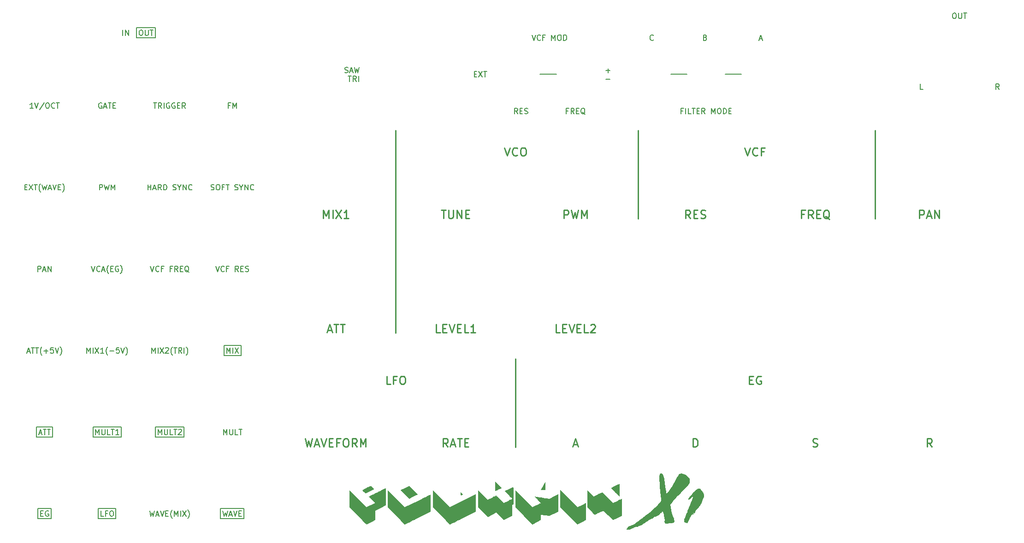
<source format=gbr>
%TF.GenerationSoftware,KiCad,Pcbnew,6.0.6-3a73a75311~116~ubuntu21.10.1*%
%TF.CreationDate,2022-09-23T00:08:08+02:00*%
%TF.ProjectId,frontpanel,66726f6e-7470-4616-9e65-6c2e6b696361,v0.0.1*%
%TF.SameCoordinates,Original*%
%TF.FileFunction,Legend,Top*%
%TF.FilePolarity,Positive*%
%FSLAX46Y46*%
G04 Gerber Fmt 4.6, Leading zero omitted, Abs format (unit mm)*
G04 Created by KiCad (PCBNEW 6.0.6-3a73a75311~116~ubuntu21.10.1) date 2022-09-23 00:08:08*
%MOMM*%
%LPD*%
G01*
G04 APERTURE LIST*
%ADD10C,0.150000*%
%ADD11C,0.250000*%
G04 APERTURE END LIST*
D10*
X176000000Y-43700000D02*
X179000000Y-43700000D01*
X186000000Y-43700000D02*
X189000000Y-43700000D01*
X70900000Y-123500000D02*
X74100000Y-123500000D01*
X74100000Y-123500000D02*
X74100000Y-125400000D01*
X74100000Y-125400000D02*
X70900000Y-125400000D01*
X70900000Y-125400000D02*
X70900000Y-123500000D01*
X77900000Y-35100000D02*
X81400000Y-35100000D01*
X81400000Y-35100000D02*
X81400000Y-37000000D01*
X81400000Y-37000000D02*
X77900000Y-37000000D01*
X77900000Y-37000000D02*
X77900000Y-35100000D01*
X93300000Y-123500000D02*
X97600000Y-123500000D01*
X97600000Y-123500000D02*
X97600000Y-125400000D01*
X97600000Y-125400000D02*
X93300000Y-125400000D01*
X93300000Y-125400000D02*
X93300000Y-123500000D01*
X59800000Y-123500000D02*
X62200000Y-123500000D01*
X62200000Y-123500000D02*
X62200000Y-125400000D01*
X62200000Y-125400000D02*
X59800000Y-125400000D01*
X59800000Y-125400000D02*
X59800000Y-123500000D01*
D11*
X213500000Y-54000000D02*
X213500000Y-70250000D01*
D10*
X93980000Y-93500000D02*
X97080000Y-93500000D01*
X97080000Y-93500000D02*
X97080000Y-95390000D01*
X97080000Y-95390000D02*
X93980000Y-95390000D01*
X93980000Y-95390000D02*
X93980000Y-93500000D01*
D11*
X170000000Y-54000000D02*
X170000000Y-70250000D01*
D10*
X59500000Y-108500000D02*
X62500000Y-108500000D01*
X62500000Y-108500000D02*
X62500000Y-110400000D01*
X62500000Y-110400000D02*
X59500000Y-110400000D01*
X59500000Y-110400000D02*
X59500000Y-108500000D01*
X81400000Y-108500000D02*
X86600000Y-108500000D01*
X86600000Y-108500000D02*
X86600000Y-110400000D01*
X86600000Y-110400000D02*
X81400000Y-110400000D01*
X81400000Y-110400000D02*
X81400000Y-108500000D01*
X155000000Y-43700000D02*
X152000000Y-43700000D01*
X69900000Y-108500000D02*
X75100000Y-108500000D01*
X75100000Y-108500000D02*
X75100000Y-110400000D01*
X75100000Y-110400000D02*
X69900000Y-110400000D01*
X69900000Y-110400000D02*
X69900000Y-108500000D01*
D11*
X147500000Y-96000000D02*
X147500000Y-112250000D01*
X125500000Y-91250000D02*
X125500000Y-54000000D01*
D10*
X80690476Y-94952380D02*
X80690476Y-93952380D01*
X81023809Y-94666666D01*
X81357142Y-93952380D01*
X81357142Y-94952380D01*
X81833333Y-94952380D02*
X81833333Y-93952380D01*
X82214285Y-93952380D02*
X82880952Y-94952380D01*
X82880952Y-93952380D02*
X82214285Y-94952380D01*
X83214285Y-94047619D02*
X83261904Y-94000000D01*
X83357142Y-93952380D01*
X83595238Y-93952380D01*
X83690476Y-94000000D01*
X83738095Y-94047619D01*
X83785714Y-94142857D01*
X83785714Y-94238095D01*
X83738095Y-94380952D01*
X83166666Y-94952380D01*
X83785714Y-94952380D01*
X84500000Y-95333333D02*
X84452380Y-95285714D01*
X84357142Y-95142857D01*
X84309523Y-95047619D01*
X84261904Y-94904761D01*
X84214285Y-94666666D01*
X84214285Y-94476190D01*
X84261904Y-94238095D01*
X84309523Y-94095238D01*
X84357142Y-94000000D01*
X84452380Y-93857142D01*
X84500000Y-93809523D01*
X84738095Y-93952380D02*
X85309523Y-93952380D01*
X85023809Y-94952380D02*
X85023809Y-93952380D01*
X86214285Y-94952380D02*
X85880952Y-94476190D01*
X85642857Y-94952380D02*
X85642857Y-93952380D01*
X86023809Y-93952380D01*
X86119047Y-94000000D01*
X86166666Y-94047619D01*
X86214285Y-94142857D01*
X86214285Y-94285714D01*
X86166666Y-94380952D01*
X86119047Y-94428571D01*
X86023809Y-94476190D01*
X85642857Y-94476190D01*
X86642857Y-94952380D02*
X86642857Y-93952380D01*
X87023809Y-95333333D02*
X87071428Y-95285714D01*
X87166666Y-95142857D01*
X87214285Y-95047619D01*
X87261904Y-94904761D01*
X87309523Y-94666666D01*
X87309523Y-94476190D01*
X87261904Y-94238095D01*
X87214285Y-94095238D01*
X87166666Y-94000000D01*
X87071428Y-93857142D01*
X87023809Y-93809523D01*
D11*
X155642857Y-91178571D02*
X154928571Y-91178571D01*
X154928571Y-89678571D01*
X156142857Y-90392857D02*
X156642857Y-90392857D01*
X156857142Y-91178571D02*
X156142857Y-91178571D01*
X156142857Y-89678571D01*
X156857142Y-89678571D01*
X157285714Y-89678571D02*
X157785714Y-91178571D01*
X158285714Y-89678571D01*
X158785714Y-90392857D02*
X159285714Y-90392857D01*
X159500000Y-91178571D02*
X158785714Y-91178571D01*
X158785714Y-89678571D01*
X159500000Y-89678571D01*
X160857142Y-91178571D02*
X160142857Y-91178571D01*
X160142857Y-89678571D01*
X161285714Y-89821428D02*
X161357142Y-89750000D01*
X161500000Y-89678571D01*
X161857142Y-89678571D01*
X162000000Y-89750000D01*
X162071428Y-89821428D01*
X162142857Y-89964285D01*
X162142857Y-90107142D01*
X162071428Y-90321428D01*
X161214285Y-91178571D01*
X162142857Y-91178571D01*
X145464285Y-57178571D02*
X145964285Y-58678571D01*
X146464285Y-57178571D01*
X147821428Y-58535714D02*
X147750000Y-58607142D01*
X147535714Y-58678571D01*
X147392857Y-58678571D01*
X147178571Y-58607142D01*
X147035714Y-58464285D01*
X146964285Y-58321428D01*
X146892857Y-58035714D01*
X146892857Y-57821428D01*
X146964285Y-57535714D01*
X147035714Y-57392857D01*
X147178571Y-57250000D01*
X147392857Y-57178571D01*
X147535714Y-57178571D01*
X147750000Y-57250000D01*
X147821428Y-57321428D01*
X148750000Y-57178571D02*
X149035714Y-57178571D01*
X149178571Y-57250000D01*
X149321428Y-57392857D01*
X149392857Y-57678571D01*
X149392857Y-58178571D01*
X149321428Y-58464285D01*
X149178571Y-58607142D01*
X149035714Y-58678571D01*
X148750000Y-58678571D01*
X148607142Y-58607142D01*
X148464285Y-58464285D01*
X148392857Y-58178571D01*
X148392857Y-57678571D01*
X148464285Y-57392857D01*
X148607142Y-57250000D01*
X148750000Y-57178571D01*
D10*
X91571428Y-64904761D02*
X91714285Y-64952380D01*
X91952380Y-64952380D01*
X92047619Y-64904761D01*
X92095238Y-64857142D01*
X92142857Y-64761904D01*
X92142857Y-64666666D01*
X92095238Y-64571428D01*
X92047619Y-64523809D01*
X91952380Y-64476190D01*
X91761904Y-64428571D01*
X91666666Y-64380952D01*
X91619047Y-64333333D01*
X91571428Y-64238095D01*
X91571428Y-64142857D01*
X91619047Y-64047619D01*
X91666666Y-64000000D01*
X91761904Y-63952380D01*
X92000000Y-63952380D01*
X92142857Y-64000000D01*
X92761904Y-63952380D02*
X92952380Y-63952380D01*
X93047619Y-64000000D01*
X93142857Y-64095238D01*
X93190476Y-64285714D01*
X93190476Y-64619047D01*
X93142857Y-64809523D01*
X93047619Y-64904761D01*
X92952380Y-64952380D01*
X92761904Y-64952380D01*
X92666666Y-64904761D01*
X92571428Y-64809523D01*
X92523809Y-64619047D01*
X92523809Y-64285714D01*
X92571428Y-64095238D01*
X92666666Y-64000000D01*
X92761904Y-63952380D01*
X93952380Y-64428571D02*
X93619047Y-64428571D01*
X93619047Y-64952380D02*
X93619047Y-63952380D01*
X94095238Y-63952380D01*
X94333333Y-63952380D02*
X94904761Y-63952380D01*
X94619047Y-64952380D02*
X94619047Y-63952380D01*
X95952380Y-64904761D02*
X96095238Y-64952380D01*
X96333333Y-64952380D01*
X96428571Y-64904761D01*
X96476190Y-64857142D01*
X96523809Y-64761904D01*
X96523809Y-64666666D01*
X96476190Y-64571428D01*
X96428571Y-64523809D01*
X96333333Y-64476190D01*
X96142857Y-64428571D01*
X96047619Y-64380952D01*
X96000000Y-64333333D01*
X95952380Y-64238095D01*
X95952380Y-64142857D01*
X96000000Y-64047619D01*
X96047619Y-64000000D01*
X96142857Y-63952380D01*
X96380952Y-63952380D01*
X96523809Y-64000000D01*
X97142857Y-64476190D02*
X97142857Y-64952380D01*
X96809523Y-63952380D02*
X97142857Y-64476190D01*
X97476190Y-63952380D01*
X97809523Y-64952380D02*
X97809523Y-63952380D01*
X98380952Y-64952380D01*
X98380952Y-63952380D01*
X99428571Y-64857142D02*
X99380952Y-64904761D01*
X99238095Y-64952380D01*
X99142857Y-64952380D01*
X99000000Y-64904761D01*
X98904761Y-64809523D01*
X98857142Y-64714285D01*
X98809523Y-64523809D01*
X98809523Y-64380952D01*
X98857142Y-64190476D01*
X98904761Y-64095238D01*
X99000000Y-64000000D01*
X99142857Y-63952380D01*
X99238095Y-63952380D01*
X99380952Y-64000000D01*
X99428571Y-64047619D01*
X80309523Y-123952380D02*
X80547619Y-124952380D01*
X80738095Y-124238095D01*
X80928571Y-124952380D01*
X81166666Y-123952380D01*
X81500000Y-124666666D02*
X81976190Y-124666666D01*
X81404761Y-124952380D02*
X81738095Y-123952380D01*
X82071428Y-124952380D01*
X82261904Y-123952380D02*
X82595238Y-124952380D01*
X82928571Y-123952380D01*
X83261904Y-124428571D02*
X83595238Y-124428571D01*
X83738095Y-124952380D02*
X83261904Y-124952380D01*
X83261904Y-123952380D01*
X83738095Y-123952380D01*
X84452380Y-125333333D02*
X84404761Y-125285714D01*
X84309523Y-125142857D01*
X84261904Y-125047619D01*
X84214285Y-124904761D01*
X84166666Y-124666666D01*
X84166666Y-124476190D01*
X84214285Y-124238095D01*
X84261904Y-124095238D01*
X84309523Y-124000000D01*
X84404761Y-123857142D01*
X84452380Y-123809523D01*
X84833333Y-124952380D02*
X84833333Y-123952380D01*
X85166666Y-124666666D01*
X85500000Y-123952380D01*
X85500000Y-124952380D01*
X85976190Y-124952380D02*
X85976190Y-123952380D01*
X86357142Y-123952380D02*
X87023809Y-124952380D01*
X87023809Y-123952380D02*
X86357142Y-124952380D01*
X87309523Y-125333333D02*
X87357142Y-125285714D01*
X87452380Y-125142857D01*
X87500000Y-125047619D01*
X87547619Y-124904761D01*
X87595238Y-124666666D01*
X87595238Y-124476190D01*
X87547619Y-124238095D01*
X87500000Y-124095238D01*
X87452380Y-124000000D01*
X87357142Y-123857142D01*
X87309523Y-123809523D01*
X71500000Y-49000000D02*
X71404761Y-48952380D01*
X71261904Y-48952380D01*
X71119047Y-49000000D01*
X71023809Y-49095238D01*
X70976190Y-49190476D01*
X70928571Y-49380952D01*
X70928571Y-49523809D01*
X70976190Y-49714285D01*
X71023809Y-49809523D01*
X71119047Y-49904761D01*
X71261904Y-49952380D01*
X71357142Y-49952380D01*
X71500000Y-49904761D01*
X71547619Y-49857142D01*
X71547619Y-49523809D01*
X71357142Y-49523809D01*
X71928571Y-49666666D02*
X72404761Y-49666666D01*
X71833333Y-49952380D02*
X72166666Y-48952380D01*
X72500000Y-49952380D01*
X72690476Y-48952380D02*
X73261904Y-48952380D01*
X72976190Y-49952380D02*
X72976190Y-48952380D01*
X73595238Y-49428571D02*
X73928571Y-49428571D01*
X74071428Y-49952380D02*
X73595238Y-49952380D01*
X73595238Y-48952380D01*
X74071428Y-48952380D01*
X93857142Y-109952380D02*
X93857142Y-108952380D01*
X94190476Y-109666666D01*
X94523809Y-108952380D01*
X94523809Y-109952380D01*
X95000000Y-108952380D02*
X95000000Y-109761904D01*
X95047619Y-109857142D01*
X95095238Y-109904761D01*
X95190476Y-109952380D01*
X95380952Y-109952380D01*
X95476190Y-109904761D01*
X95523809Y-109857142D01*
X95571428Y-109761904D01*
X95571428Y-108952380D01*
X96523809Y-109952380D02*
X96047619Y-109952380D01*
X96047619Y-108952380D01*
X96714285Y-108952380D02*
X97285714Y-108952380D01*
X97000000Y-109952380D02*
X97000000Y-108952380D01*
D11*
X202071428Y-112107142D02*
X202285714Y-112178571D01*
X202642857Y-112178571D01*
X202785714Y-112107142D01*
X202857142Y-112035714D01*
X202928571Y-111892857D01*
X202928571Y-111750000D01*
X202857142Y-111607142D01*
X202785714Y-111535714D01*
X202642857Y-111464285D01*
X202357142Y-111392857D01*
X202214285Y-111321428D01*
X202142857Y-111250000D01*
X202071428Y-111107142D01*
X202071428Y-110964285D01*
X202142857Y-110821428D01*
X202214285Y-110750000D01*
X202357142Y-110678571D01*
X202714285Y-110678571D01*
X202928571Y-110750000D01*
D10*
X75385714Y-36552380D02*
X75385714Y-35552380D01*
X75861904Y-36552380D02*
X75861904Y-35552380D01*
X76433333Y-36552380D01*
X76433333Y-35552380D01*
X78623809Y-35552380D02*
X78814285Y-35552380D01*
X78909523Y-35600000D01*
X79004761Y-35695238D01*
X79052380Y-35885714D01*
X79052380Y-36219047D01*
X79004761Y-36409523D01*
X78909523Y-36504761D01*
X78814285Y-36552380D01*
X78623809Y-36552380D01*
X78528571Y-36504761D01*
X78433333Y-36409523D01*
X78385714Y-36219047D01*
X78385714Y-35885714D01*
X78433333Y-35695238D01*
X78528571Y-35600000D01*
X78623809Y-35552380D01*
X79480952Y-35552380D02*
X79480952Y-36361904D01*
X79528571Y-36457142D01*
X79576190Y-36504761D01*
X79671428Y-36552380D01*
X79861904Y-36552380D01*
X79957142Y-36504761D01*
X80004761Y-36457142D01*
X80052380Y-36361904D01*
X80052380Y-35552380D01*
X80385714Y-35552380D02*
X80957142Y-35552380D01*
X80671428Y-36552380D02*
X80671428Y-35552380D01*
D11*
X221678571Y-70178571D02*
X221678571Y-68678571D01*
X222250000Y-68678571D01*
X222392857Y-68750000D01*
X222464285Y-68821428D01*
X222535714Y-68964285D01*
X222535714Y-69178571D01*
X222464285Y-69321428D01*
X222392857Y-69392857D01*
X222250000Y-69464285D01*
X221678571Y-69464285D01*
X223107142Y-69750000D02*
X223821428Y-69750000D01*
X222964285Y-70178571D02*
X223464285Y-68678571D01*
X223964285Y-70178571D01*
X224464285Y-70178571D02*
X224464285Y-68678571D01*
X225321428Y-70178571D01*
X225321428Y-68678571D01*
D10*
X81023809Y-48952380D02*
X81595238Y-48952380D01*
X81309523Y-49952380D02*
X81309523Y-48952380D01*
X82500000Y-49952380D02*
X82166666Y-49476190D01*
X81928571Y-49952380D02*
X81928571Y-48952380D01*
X82309523Y-48952380D01*
X82404761Y-49000000D01*
X82452380Y-49047619D01*
X82500000Y-49142857D01*
X82500000Y-49285714D01*
X82452380Y-49380952D01*
X82404761Y-49428571D01*
X82309523Y-49476190D01*
X81928571Y-49476190D01*
X82928571Y-49952380D02*
X82928571Y-48952380D01*
X83928571Y-49000000D02*
X83833333Y-48952380D01*
X83690476Y-48952380D01*
X83547619Y-49000000D01*
X83452380Y-49095238D01*
X83404761Y-49190476D01*
X83357142Y-49380952D01*
X83357142Y-49523809D01*
X83404761Y-49714285D01*
X83452380Y-49809523D01*
X83547619Y-49904761D01*
X83690476Y-49952380D01*
X83785714Y-49952380D01*
X83928571Y-49904761D01*
X83976190Y-49857142D01*
X83976190Y-49523809D01*
X83785714Y-49523809D01*
X84928571Y-49000000D02*
X84833333Y-48952380D01*
X84690476Y-48952380D01*
X84547619Y-49000000D01*
X84452380Y-49095238D01*
X84404761Y-49190476D01*
X84357142Y-49380952D01*
X84357142Y-49523809D01*
X84404761Y-49714285D01*
X84452380Y-49809523D01*
X84547619Y-49904761D01*
X84690476Y-49952380D01*
X84785714Y-49952380D01*
X84928571Y-49904761D01*
X84976190Y-49857142D01*
X84976190Y-49523809D01*
X84785714Y-49523809D01*
X85404761Y-49428571D02*
X85738095Y-49428571D01*
X85880952Y-49952380D02*
X85404761Y-49952380D01*
X85404761Y-48952380D01*
X85880952Y-48952380D01*
X86880952Y-49952380D02*
X86547619Y-49476190D01*
X86309523Y-49952380D02*
X86309523Y-48952380D01*
X86690476Y-48952380D01*
X86785714Y-49000000D01*
X86833333Y-49047619D01*
X86880952Y-49142857D01*
X86880952Y-49285714D01*
X86833333Y-49380952D01*
X86785714Y-49428571D01*
X86690476Y-49476190D01*
X86309523Y-49476190D01*
D11*
X200500000Y-69392857D02*
X200000000Y-69392857D01*
X200000000Y-70178571D02*
X200000000Y-68678571D01*
X200714285Y-68678571D01*
X202142857Y-70178571D02*
X201642857Y-69464285D01*
X201285714Y-70178571D02*
X201285714Y-68678571D01*
X201857142Y-68678571D01*
X202000000Y-68750000D01*
X202071428Y-68821428D01*
X202142857Y-68964285D01*
X202142857Y-69178571D01*
X202071428Y-69321428D01*
X202000000Y-69392857D01*
X201857142Y-69464285D01*
X201285714Y-69464285D01*
X202785714Y-69392857D02*
X203285714Y-69392857D01*
X203500000Y-70178571D02*
X202785714Y-70178571D01*
X202785714Y-68678571D01*
X203500000Y-68678571D01*
X205142857Y-70321428D02*
X205000000Y-70250000D01*
X204857142Y-70107142D01*
X204642857Y-69892857D01*
X204500000Y-69821428D01*
X204357142Y-69821428D01*
X204428571Y-70178571D02*
X204285714Y-70107142D01*
X204142857Y-69964285D01*
X204071428Y-69678571D01*
X204071428Y-69178571D01*
X204142857Y-68892857D01*
X204285714Y-68750000D01*
X204428571Y-68678571D01*
X204714285Y-68678571D01*
X204857142Y-68750000D01*
X205000000Y-68892857D01*
X205071428Y-69178571D01*
X205071428Y-69678571D01*
X205000000Y-69964285D01*
X204857142Y-70107142D01*
X204714285Y-70178571D01*
X204428571Y-70178571D01*
D10*
X116140595Y-43349761D02*
X116283452Y-43397380D01*
X116521547Y-43397380D01*
X116616785Y-43349761D01*
X116664404Y-43302142D01*
X116712023Y-43206904D01*
X116712023Y-43111666D01*
X116664404Y-43016428D01*
X116616785Y-42968809D01*
X116521547Y-42921190D01*
X116331071Y-42873571D01*
X116235833Y-42825952D01*
X116188214Y-42778333D01*
X116140595Y-42683095D01*
X116140595Y-42587857D01*
X116188214Y-42492619D01*
X116235833Y-42445000D01*
X116331071Y-42397380D01*
X116569166Y-42397380D01*
X116712023Y-42445000D01*
X117092976Y-43111666D02*
X117569166Y-43111666D01*
X116997738Y-43397380D02*
X117331071Y-42397380D01*
X117664404Y-43397380D01*
X117902500Y-42397380D02*
X118140595Y-43397380D01*
X118331071Y-42683095D01*
X118521547Y-43397380D01*
X118759642Y-42397380D01*
X116759642Y-44007380D02*
X117331071Y-44007380D01*
X117045357Y-45007380D02*
X117045357Y-44007380D01*
X118235833Y-45007380D02*
X117902500Y-44531190D01*
X117664404Y-45007380D02*
X117664404Y-44007380D01*
X118045357Y-44007380D01*
X118140595Y-44055000D01*
X118188214Y-44102619D01*
X118235833Y-44197857D01*
X118235833Y-44340714D01*
X118188214Y-44435952D01*
X118140595Y-44483571D01*
X118045357Y-44531190D01*
X117664404Y-44531190D01*
X118664404Y-45007380D02*
X118664404Y-44007380D01*
X192261904Y-37166666D02*
X192738095Y-37166666D01*
X192166666Y-37452380D02*
X192500000Y-36452380D01*
X192833333Y-37452380D01*
X164119047Y-43016428D02*
X164880952Y-43016428D01*
X164500000Y-43397380D02*
X164500000Y-42635476D01*
X164119047Y-44626428D02*
X164880952Y-44626428D01*
D11*
X189607142Y-57178571D02*
X190107142Y-58678571D01*
X190607142Y-57178571D01*
X191964285Y-58535714D02*
X191892857Y-58607142D01*
X191678571Y-58678571D01*
X191535714Y-58678571D01*
X191321428Y-58607142D01*
X191178571Y-58464285D01*
X191107142Y-58321428D01*
X191035714Y-58035714D01*
X191035714Y-57821428D01*
X191107142Y-57535714D01*
X191178571Y-57392857D01*
X191321428Y-57250000D01*
X191535714Y-57178571D01*
X191678571Y-57178571D01*
X191892857Y-57250000D01*
X191964285Y-57321428D01*
X193107142Y-57892857D02*
X192607142Y-57892857D01*
X192607142Y-58678571D02*
X192607142Y-57178571D01*
X193321428Y-57178571D01*
X133642857Y-91178571D02*
X132928571Y-91178571D01*
X132928571Y-89678571D01*
X134142857Y-90392857D02*
X134642857Y-90392857D01*
X134857142Y-91178571D02*
X134142857Y-91178571D01*
X134142857Y-89678571D01*
X134857142Y-89678571D01*
X135285714Y-89678571D02*
X135785714Y-91178571D01*
X136285714Y-89678571D01*
X136785714Y-90392857D02*
X137285714Y-90392857D01*
X137500000Y-91178571D02*
X136785714Y-91178571D01*
X136785714Y-89678571D01*
X137500000Y-89678571D01*
X138857142Y-91178571D02*
X138142857Y-91178571D01*
X138142857Y-89678571D01*
X140142857Y-91178571D02*
X139285714Y-91178571D01*
X139714285Y-91178571D02*
X139714285Y-89678571D01*
X139571428Y-89892857D01*
X139428571Y-90035714D01*
X139285714Y-90107142D01*
D10*
X222309523Y-46452380D02*
X221833333Y-46452380D01*
X221833333Y-45452380D01*
D11*
X190428571Y-99892857D02*
X190928571Y-99892857D01*
X191142857Y-100678571D02*
X190428571Y-100678571D01*
X190428571Y-99178571D01*
X191142857Y-99178571D01*
X192571428Y-99250000D02*
X192428571Y-99178571D01*
X192214285Y-99178571D01*
X192000000Y-99250000D01*
X191857142Y-99392857D01*
X191785714Y-99535714D01*
X191714285Y-99821428D01*
X191714285Y-100035714D01*
X191785714Y-100321428D01*
X191857142Y-100464285D01*
X192000000Y-100607142D01*
X192214285Y-100678571D01*
X192357142Y-100678571D01*
X192571428Y-100607142D01*
X192642857Y-100535714D01*
X192642857Y-100035714D01*
X192357142Y-100035714D01*
D10*
X172809523Y-37357142D02*
X172761904Y-37404761D01*
X172619047Y-37452380D01*
X172523809Y-37452380D01*
X172380952Y-37404761D01*
X172285714Y-37309523D01*
X172238095Y-37214285D01*
X172190476Y-37023809D01*
X172190476Y-36880952D01*
X172238095Y-36690476D01*
X172285714Y-36595238D01*
X172380952Y-36500000D01*
X172523809Y-36452380D01*
X172619047Y-36452380D01*
X172761904Y-36500000D01*
X172809523Y-36547619D01*
X71857142Y-124952380D02*
X71380952Y-124952380D01*
X71380952Y-123952380D01*
X72523809Y-124428571D02*
X72190476Y-124428571D01*
X72190476Y-124952380D02*
X72190476Y-123952380D01*
X72666666Y-123952380D01*
X73238095Y-123952380D02*
X73428571Y-123952380D01*
X73523809Y-124000000D01*
X73619047Y-124095238D01*
X73666666Y-124285714D01*
X73666666Y-124619047D01*
X73619047Y-124809523D01*
X73523809Y-124904761D01*
X73428571Y-124952380D01*
X73238095Y-124952380D01*
X73142857Y-124904761D01*
X73047619Y-124809523D01*
X73000000Y-124619047D01*
X73000000Y-124285714D01*
X73047619Y-124095238D01*
X73142857Y-124000000D01*
X73238095Y-123952380D01*
D11*
X112214285Y-70178571D02*
X112214285Y-68678571D01*
X112714285Y-69750000D01*
X113214285Y-68678571D01*
X113214285Y-70178571D01*
X113928571Y-70178571D02*
X113928571Y-68678571D01*
X114500000Y-68678571D02*
X115500000Y-70178571D01*
X115500000Y-68678571D02*
X114500000Y-70178571D01*
X116857142Y-70178571D02*
X116000000Y-70178571D01*
X116428571Y-70178571D02*
X116428571Y-68678571D01*
X116285714Y-68892857D01*
X116142857Y-69035714D01*
X116000000Y-69107142D01*
D10*
X80452380Y-78952380D02*
X80785714Y-79952380D01*
X81119047Y-78952380D01*
X82023809Y-79857142D02*
X81976190Y-79904761D01*
X81833333Y-79952380D01*
X81738095Y-79952380D01*
X81595238Y-79904761D01*
X81500000Y-79809523D01*
X81452380Y-79714285D01*
X81404761Y-79523809D01*
X81404761Y-79380952D01*
X81452380Y-79190476D01*
X81500000Y-79095238D01*
X81595238Y-79000000D01*
X81738095Y-78952380D01*
X81833333Y-78952380D01*
X81976190Y-79000000D01*
X82023809Y-79047619D01*
X82785714Y-79428571D02*
X82452380Y-79428571D01*
X82452380Y-79952380D02*
X82452380Y-78952380D01*
X82928571Y-78952380D01*
X84404761Y-79428571D02*
X84071428Y-79428571D01*
X84071428Y-79952380D02*
X84071428Y-78952380D01*
X84547619Y-78952380D01*
X85500000Y-79952380D02*
X85166666Y-79476190D01*
X84928571Y-79952380D02*
X84928571Y-78952380D01*
X85309523Y-78952380D01*
X85404761Y-79000000D01*
X85452380Y-79047619D01*
X85500000Y-79142857D01*
X85500000Y-79285714D01*
X85452380Y-79380952D01*
X85404761Y-79428571D01*
X85309523Y-79476190D01*
X84928571Y-79476190D01*
X85928571Y-79428571D02*
X86261904Y-79428571D01*
X86404761Y-79952380D02*
X85928571Y-79952380D01*
X85928571Y-78952380D01*
X86404761Y-78952380D01*
X87500000Y-80047619D02*
X87404761Y-80000000D01*
X87309523Y-79904761D01*
X87166666Y-79761904D01*
X87071428Y-79714285D01*
X86976190Y-79714285D01*
X87023809Y-79952380D02*
X86928571Y-79904761D01*
X86833333Y-79809523D01*
X86785714Y-79619047D01*
X86785714Y-79285714D01*
X86833333Y-79095238D01*
X86928571Y-79000000D01*
X87023809Y-78952380D01*
X87214285Y-78952380D01*
X87309523Y-79000000D01*
X87404761Y-79095238D01*
X87452380Y-79285714D01*
X87452380Y-79619047D01*
X87404761Y-79809523D01*
X87309523Y-79904761D01*
X87214285Y-79952380D01*
X87023809Y-79952380D01*
X182321428Y-36928571D02*
X182464285Y-36976190D01*
X182511904Y-37023809D01*
X182559523Y-37119047D01*
X182559523Y-37261904D01*
X182511904Y-37357142D01*
X182464285Y-37404761D01*
X182369047Y-37452380D01*
X181988095Y-37452380D01*
X181988095Y-36452380D01*
X182321428Y-36452380D01*
X182416666Y-36500000D01*
X182464285Y-36547619D01*
X182511904Y-36642857D01*
X182511904Y-36738095D01*
X182464285Y-36833333D01*
X182416666Y-36880952D01*
X182321428Y-36928571D01*
X181988095Y-36928571D01*
X71095238Y-64952380D02*
X71095238Y-63952380D01*
X71476190Y-63952380D01*
X71571428Y-64000000D01*
X71619047Y-64047619D01*
X71666666Y-64142857D01*
X71666666Y-64285714D01*
X71619047Y-64380952D01*
X71571428Y-64428571D01*
X71476190Y-64476190D01*
X71095238Y-64476190D01*
X72000000Y-63952380D02*
X72238095Y-64952380D01*
X72428571Y-64238095D01*
X72619047Y-64952380D01*
X72857142Y-63952380D01*
X73238095Y-64952380D02*
X73238095Y-63952380D01*
X73571428Y-64666666D01*
X73904761Y-63952380D01*
X73904761Y-64952380D01*
X81880952Y-109952380D02*
X81880952Y-108952380D01*
X82214285Y-109666666D01*
X82547619Y-108952380D01*
X82547619Y-109952380D01*
X83023809Y-108952380D02*
X83023809Y-109761904D01*
X83071428Y-109857142D01*
X83119047Y-109904761D01*
X83214285Y-109952380D01*
X83404761Y-109952380D01*
X83500000Y-109904761D01*
X83547619Y-109857142D01*
X83595238Y-109761904D01*
X83595238Y-108952380D01*
X84547619Y-109952380D02*
X84071428Y-109952380D01*
X84071428Y-108952380D01*
X84738095Y-108952380D02*
X85309523Y-108952380D01*
X85023809Y-109952380D02*
X85023809Y-108952380D01*
X85595238Y-109047619D02*
X85642857Y-109000000D01*
X85738095Y-108952380D01*
X85976190Y-108952380D01*
X86071428Y-109000000D01*
X86119047Y-109047619D01*
X86166666Y-109142857D01*
X86166666Y-109238095D01*
X86119047Y-109380952D01*
X85547619Y-109952380D01*
X86166666Y-109952380D01*
X57380952Y-64428571D02*
X57714285Y-64428571D01*
X57857142Y-64952380D02*
X57380952Y-64952380D01*
X57380952Y-63952380D01*
X57857142Y-63952380D01*
X58190476Y-63952380D02*
X58857142Y-64952380D01*
X58857142Y-63952380D02*
X58190476Y-64952380D01*
X59095238Y-63952380D02*
X59666666Y-63952380D01*
X59380952Y-64952380D02*
X59380952Y-63952380D01*
X60285714Y-65333333D02*
X60238095Y-65285714D01*
X60142857Y-65142857D01*
X60095238Y-65047619D01*
X60047619Y-64904761D01*
X60000000Y-64666666D01*
X60000000Y-64476190D01*
X60047619Y-64238095D01*
X60095238Y-64095238D01*
X60142857Y-64000000D01*
X60238095Y-63857142D01*
X60285714Y-63809523D01*
X60571428Y-63952380D02*
X60809523Y-64952380D01*
X61000000Y-64238095D01*
X61190476Y-64952380D01*
X61428571Y-63952380D01*
X61761904Y-64666666D02*
X62238095Y-64666666D01*
X61666666Y-64952380D02*
X62000000Y-63952380D01*
X62333333Y-64952380D01*
X62523809Y-63952380D02*
X62857142Y-64952380D01*
X63190476Y-63952380D01*
X63523809Y-64428571D02*
X63857142Y-64428571D01*
X64000000Y-64952380D02*
X63523809Y-64952380D01*
X63523809Y-63952380D01*
X64000000Y-63952380D01*
X64333333Y-65333333D02*
X64380952Y-65285714D01*
X64476190Y-65142857D01*
X64523809Y-65047619D01*
X64571428Y-64904761D01*
X64619047Y-64666666D01*
X64619047Y-64476190D01*
X64571428Y-64238095D01*
X64523809Y-64095238D01*
X64476190Y-64000000D01*
X64380952Y-63857142D01*
X64333333Y-63809523D01*
D11*
X180107142Y-112178571D02*
X180107142Y-110678571D01*
X180464285Y-110678571D01*
X180678571Y-110750000D01*
X180821428Y-110892857D01*
X180892857Y-111035714D01*
X180964285Y-111321428D01*
X180964285Y-111535714D01*
X180892857Y-111821428D01*
X180821428Y-111964285D01*
X180678571Y-112107142D01*
X180464285Y-112178571D01*
X180107142Y-112178571D01*
D10*
X150511904Y-36452380D02*
X150845238Y-37452380D01*
X151178571Y-36452380D01*
X152083333Y-37357142D02*
X152035714Y-37404761D01*
X151892857Y-37452380D01*
X151797619Y-37452380D01*
X151654761Y-37404761D01*
X151559523Y-37309523D01*
X151511904Y-37214285D01*
X151464285Y-37023809D01*
X151464285Y-36880952D01*
X151511904Y-36690476D01*
X151559523Y-36595238D01*
X151654761Y-36500000D01*
X151797619Y-36452380D01*
X151892857Y-36452380D01*
X152035714Y-36500000D01*
X152083333Y-36547619D01*
X152845238Y-36928571D02*
X152511904Y-36928571D01*
X152511904Y-37452380D02*
X152511904Y-36452380D01*
X152988095Y-36452380D01*
X154130952Y-37452380D02*
X154130952Y-36452380D01*
X154464285Y-37166666D01*
X154797619Y-36452380D01*
X154797619Y-37452380D01*
X155464285Y-36452380D02*
X155654761Y-36452380D01*
X155750000Y-36500000D01*
X155845238Y-36595238D01*
X155892857Y-36785714D01*
X155892857Y-37119047D01*
X155845238Y-37309523D01*
X155750000Y-37404761D01*
X155654761Y-37452380D01*
X155464285Y-37452380D01*
X155369047Y-37404761D01*
X155273809Y-37309523D01*
X155226190Y-37119047D01*
X155226190Y-36785714D01*
X155273809Y-36595238D01*
X155369047Y-36500000D01*
X155464285Y-36452380D01*
X156321428Y-37452380D02*
X156321428Y-36452380D01*
X156559523Y-36452380D01*
X156702380Y-36500000D01*
X156797619Y-36595238D01*
X156845238Y-36690476D01*
X156892857Y-36880952D01*
X156892857Y-37023809D01*
X156845238Y-37214285D01*
X156797619Y-37309523D01*
X156702380Y-37404761D01*
X156559523Y-37452380D01*
X156321428Y-37452380D01*
D11*
X133821428Y-68678571D02*
X134678571Y-68678571D01*
X134250000Y-70178571D02*
X134250000Y-68678571D01*
X135178571Y-68678571D02*
X135178571Y-69892857D01*
X135250000Y-70035714D01*
X135321428Y-70107142D01*
X135464285Y-70178571D01*
X135750000Y-70178571D01*
X135892857Y-70107142D01*
X135964285Y-70035714D01*
X136035714Y-69892857D01*
X136035714Y-68678571D01*
X136750000Y-70178571D02*
X136750000Y-68678571D01*
X137607142Y-70178571D01*
X137607142Y-68678571D01*
X138321428Y-69392857D02*
X138821428Y-69392857D01*
X139035714Y-70178571D02*
X138321428Y-70178571D01*
X138321428Y-68678571D01*
X139035714Y-68678571D01*
D10*
X68785714Y-94952380D02*
X68785714Y-93952380D01*
X69119047Y-94666666D01*
X69452380Y-93952380D01*
X69452380Y-94952380D01*
X69928571Y-94952380D02*
X69928571Y-93952380D01*
X70309523Y-93952380D02*
X70976190Y-94952380D01*
X70976190Y-93952380D02*
X70309523Y-94952380D01*
X71880952Y-94952380D02*
X71309523Y-94952380D01*
X71595238Y-94952380D02*
X71595238Y-93952380D01*
X71500000Y-94095238D01*
X71404761Y-94190476D01*
X71309523Y-94238095D01*
X72595238Y-95333333D02*
X72547619Y-95285714D01*
X72452380Y-95142857D01*
X72404761Y-95047619D01*
X72357142Y-94904761D01*
X72309523Y-94666666D01*
X72309523Y-94476190D01*
X72357142Y-94238095D01*
X72404761Y-94095238D01*
X72452380Y-94000000D01*
X72547619Y-93857142D01*
X72595238Y-93809523D01*
X72976190Y-94571428D02*
X73738095Y-94571428D01*
X74690476Y-93952380D02*
X74214285Y-93952380D01*
X74166666Y-94428571D01*
X74214285Y-94380952D01*
X74309523Y-94333333D01*
X74547619Y-94333333D01*
X74642857Y-94380952D01*
X74690476Y-94428571D01*
X74738095Y-94523809D01*
X74738095Y-94761904D01*
X74690476Y-94857142D01*
X74642857Y-94904761D01*
X74547619Y-94952380D01*
X74309523Y-94952380D01*
X74214285Y-94904761D01*
X74166666Y-94857142D01*
X75023809Y-93952380D02*
X75357142Y-94952380D01*
X75690476Y-93952380D01*
X75928571Y-95333333D02*
X75976190Y-95285714D01*
X76071428Y-95142857D01*
X76119047Y-95047619D01*
X76166666Y-94904761D01*
X76214285Y-94666666D01*
X76214285Y-94476190D01*
X76166666Y-94238095D01*
X76119047Y-94095238D01*
X76071428Y-94000000D01*
X75976190Y-93857142D01*
X75928571Y-93809523D01*
X178238095Y-50428571D02*
X177904761Y-50428571D01*
X177904761Y-50952380D02*
X177904761Y-49952380D01*
X178380952Y-49952380D01*
X178761904Y-50952380D02*
X178761904Y-49952380D01*
X179714285Y-50952380D02*
X179238095Y-50952380D01*
X179238095Y-49952380D01*
X179904761Y-49952380D02*
X180476190Y-49952380D01*
X180190476Y-50952380D02*
X180190476Y-49952380D01*
X180809523Y-50428571D02*
X181142857Y-50428571D01*
X181285714Y-50952380D02*
X180809523Y-50952380D01*
X180809523Y-49952380D01*
X181285714Y-49952380D01*
X182285714Y-50952380D02*
X181952380Y-50476190D01*
X181714285Y-50952380D02*
X181714285Y-49952380D01*
X182095238Y-49952380D01*
X182190476Y-50000000D01*
X182238095Y-50047619D01*
X182285714Y-50142857D01*
X182285714Y-50285714D01*
X182238095Y-50380952D01*
X182190476Y-50428571D01*
X182095238Y-50476190D01*
X181714285Y-50476190D01*
X183476190Y-50952380D02*
X183476190Y-49952380D01*
X183809523Y-50666666D01*
X184142857Y-49952380D01*
X184142857Y-50952380D01*
X184809523Y-49952380D02*
X185000000Y-49952380D01*
X185095238Y-50000000D01*
X185190476Y-50095238D01*
X185238095Y-50285714D01*
X185238095Y-50619047D01*
X185190476Y-50809523D01*
X185095238Y-50904761D01*
X185000000Y-50952380D01*
X184809523Y-50952380D01*
X184714285Y-50904761D01*
X184619047Y-50809523D01*
X184571428Y-50619047D01*
X184571428Y-50285714D01*
X184619047Y-50095238D01*
X184714285Y-50000000D01*
X184809523Y-49952380D01*
X185666666Y-50952380D02*
X185666666Y-49952380D01*
X185904761Y-49952380D01*
X186047619Y-50000000D01*
X186142857Y-50095238D01*
X186190476Y-50190476D01*
X186238095Y-50380952D01*
X186238095Y-50523809D01*
X186190476Y-50714285D01*
X186142857Y-50809523D01*
X186047619Y-50904761D01*
X185904761Y-50952380D01*
X185666666Y-50952380D01*
X186666666Y-50428571D02*
X187000000Y-50428571D01*
X187142857Y-50952380D02*
X186666666Y-50952380D01*
X186666666Y-49952380D01*
X187142857Y-49952380D01*
X69619047Y-78952380D02*
X69952380Y-79952380D01*
X70285714Y-78952380D01*
X71190476Y-79857142D02*
X71142857Y-79904761D01*
X71000000Y-79952380D01*
X70904761Y-79952380D01*
X70761904Y-79904761D01*
X70666666Y-79809523D01*
X70619047Y-79714285D01*
X70571428Y-79523809D01*
X70571428Y-79380952D01*
X70619047Y-79190476D01*
X70666666Y-79095238D01*
X70761904Y-79000000D01*
X70904761Y-78952380D01*
X71000000Y-78952380D01*
X71142857Y-79000000D01*
X71190476Y-79047619D01*
X71571428Y-79666666D02*
X72047619Y-79666666D01*
X71476190Y-79952380D02*
X71809523Y-78952380D01*
X72142857Y-79952380D01*
X72761904Y-80333333D02*
X72714285Y-80285714D01*
X72619047Y-80142857D01*
X72571428Y-80047619D01*
X72523809Y-79904761D01*
X72476190Y-79666666D01*
X72476190Y-79476190D01*
X72523809Y-79238095D01*
X72571428Y-79095238D01*
X72619047Y-79000000D01*
X72714285Y-78857142D01*
X72761904Y-78809523D01*
X73142857Y-79428571D02*
X73476190Y-79428571D01*
X73619047Y-79952380D02*
X73142857Y-79952380D01*
X73142857Y-78952380D01*
X73619047Y-78952380D01*
X74571428Y-79000000D02*
X74476190Y-78952380D01*
X74333333Y-78952380D01*
X74190476Y-79000000D01*
X74095238Y-79095238D01*
X74047619Y-79190476D01*
X74000000Y-79380952D01*
X74000000Y-79523809D01*
X74047619Y-79714285D01*
X74095238Y-79809523D01*
X74190476Y-79904761D01*
X74333333Y-79952380D01*
X74428571Y-79952380D01*
X74571428Y-79904761D01*
X74619047Y-79857142D01*
X74619047Y-79523809D01*
X74428571Y-79523809D01*
X74952380Y-80333333D02*
X75000000Y-80285714D01*
X75095238Y-80142857D01*
X75142857Y-80047619D01*
X75190476Y-79904761D01*
X75238095Y-79666666D01*
X75238095Y-79476190D01*
X75190476Y-79238095D01*
X75142857Y-79095238D01*
X75095238Y-79000000D01*
X75000000Y-78857142D01*
X74952380Y-78809523D01*
X58928571Y-49952380D02*
X58357142Y-49952380D01*
X58642857Y-49952380D02*
X58642857Y-48952380D01*
X58547619Y-49095238D01*
X58452380Y-49190476D01*
X58357142Y-49238095D01*
X59214285Y-48952380D02*
X59547619Y-49952380D01*
X59880952Y-48952380D01*
X60928571Y-48904761D02*
X60071428Y-50190476D01*
X61452380Y-48952380D02*
X61642857Y-48952380D01*
X61738095Y-49000000D01*
X61833333Y-49095238D01*
X61880952Y-49285714D01*
X61880952Y-49619047D01*
X61833333Y-49809523D01*
X61738095Y-49904761D01*
X61642857Y-49952380D01*
X61452380Y-49952380D01*
X61357142Y-49904761D01*
X61261904Y-49809523D01*
X61214285Y-49619047D01*
X61214285Y-49285714D01*
X61261904Y-49095238D01*
X61357142Y-49000000D01*
X61452380Y-48952380D01*
X62880952Y-49857142D02*
X62833333Y-49904761D01*
X62690476Y-49952380D01*
X62595238Y-49952380D01*
X62452380Y-49904761D01*
X62357142Y-49809523D01*
X62309523Y-49714285D01*
X62261904Y-49523809D01*
X62261904Y-49380952D01*
X62309523Y-49190476D01*
X62357142Y-49095238D01*
X62452380Y-49000000D01*
X62595238Y-48952380D01*
X62690476Y-48952380D01*
X62833333Y-49000000D01*
X62880952Y-49047619D01*
X63166666Y-48952380D02*
X63738095Y-48952380D01*
X63452380Y-49952380D02*
X63452380Y-48952380D01*
D11*
X108857142Y-110678571D02*
X109214285Y-112178571D01*
X109500000Y-111107142D01*
X109785714Y-112178571D01*
X110142857Y-110678571D01*
X110642857Y-111750000D02*
X111357142Y-111750000D01*
X110500000Y-112178571D02*
X111000000Y-110678571D01*
X111500000Y-112178571D01*
X111785714Y-110678571D02*
X112285714Y-112178571D01*
X112785714Y-110678571D01*
X113285714Y-111392857D02*
X113785714Y-111392857D01*
X114000000Y-112178571D02*
X113285714Y-112178571D01*
X113285714Y-110678571D01*
X114000000Y-110678571D01*
X115142857Y-111392857D02*
X114642857Y-111392857D01*
X114642857Y-112178571D02*
X114642857Y-110678571D01*
X115357142Y-110678571D01*
X116214285Y-110678571D02*
X116500000Y-110678571D01*
X116642857Y-110750000D01*
X116785714Y-110892857D01*
X116857142Y-111178571D01*
X116857142Y-111678571D01*
X116785714Y-111964285D01*
X116642857Y-112107142D01*
X116500000Y-112178571D01*
X116214285Y-112178571D01*
X116071428Y-112107142D01*
X115928571Y-111964285D01*
X115857142Y-111678571D01*
X115857142Y-111178571D01*
X115928571Y-110892857D01*
X116071428Y-110750000D01*
X116214285Y-110678571D01*
X118357142Y-112178571D02*
X117857142Y-111464285D01*
X117500000Y-112178571D02*
X117500000Y-110678571D01*
X118071428Y-110678571D01*
X118214285Y-110750000D01*
X118285714Y-110821428D01*
X118357142Y-110964285D01*
X118357142Y-111178571D01*
X118285714Y-111321428D01*
X118214285Y-111392857D01*
X118071428Y-111464285D01*
X117500000Y-111464285D01*
X119000000Y-112178571D02*
X119000000Y-110678571D01*
X119500000Y-111750000D01*
X120000000Y-110678571D01*
X120000000Y-112178571D01*
X113000000Y-90750000D02*
X113714285Y-90750000D01*
X112857142Y-91178571D02*
X113357142Y-89678571D01*
X113857142Y-91178571D01*
X114142857Y-89678571D02*
X115000000Y-89678571D01*
X114571428Y-91178571D02*
X114571428Y-89678571D01*
X115285714Y-89678571D02*
X116142857Y-89678571D01*
X115714285Y-91178571D02*
X115714285Y-89678571D01*
X223964285Y-112178571D02*
X223464285Y-111464285D01*
X223107142Y-112178571D02*
X223107142Y-110678571D01*
X223678571Y-110678571D01*
X223821428Y-110750000D01*
X223892857Y-110821428D01*
X223964285Y-110964285D01*
X223964285Y-111178571D01*
X223892857Y-111321428D01*
X223821428Y-111392857D01*
X223678571Y-111464285D01*
X223107142Y-111464285D01*
D10*
X93761904Y-123952380D02*
X94000000Y-124952380D01*
X94190476Y-124238095D01*
X94380952Y-124952380D01*
X94619047Y-123952380D01*
X94952380Y-124666666D02*
X95428571Y-124666666D01*
X94857142Y-124952380D02*
X95190476Y-123952380D01*
X95523809Y-124952380D01*
X95714285Y-123952380D02*
X96047619Y-124952380D01*
X96380952Y-123952380D01*
X96714285Y-124428571D02*
X97047619Y-124428571D01*
X97190476Y-124952380D02*
X96714285Y-124952380D01*
X96714285Y-123952380D01*
X97190476Y-123952380D01*
X157166666Y-50428571D02*
X156833333Y-50428571D01*
X156833333Y-50952380D02*
X156833333Y-49952380D01*
X157309523Y-49952380D01*
X158261904Y-50952380D02*
X157928571Y-50476190D01*
X157690476Y-50952380D02*
X157690476Y-49952380D01*
X158071428Y-49952380D01*
X158166666Y-50000000D01*
X158214285Y-50047619D01*
X158261904Y-50142857D01*
X158261904Y-50285714D01*
X158214285Y-50380952D01*
X158166666Y-50428571D01*
X158071428Y-50476190D01*
X157690476Y-50476190D01*
X158690476Y-50428571D02*
X159023809Y-50428571D01*
X159166666Y-50952380D02*
X158690476Y-50952380D01*
X158690476Y-49952380D01*
X159166666Y-49952380D01*
X160261904Y-51047619D02*
X160166666Y-51000000D01*
X160071428Y-50904761D01*
X159928571Y-50761904D01*
X159833333Y-50714285D01*
X159738095Y-50714285D01*
X159785714Y-50952380D02*
X159690476Y-50904761D01*
X159595238Y-50809523D01*
X159547619Y-50619047D01*
X159547619Y-50285714D01*
X159595238Y-50095238D01*
X159690476Y-50000000D01*
X159785714Y-49952380D01*
X159976190Y-49952380D01*
X160071428Y-50000000D01*
X160166666Y-50095238D01*
X160214285Y-50285714D01*
X160214285Y-50619047D01*
X160166666Y-50809523D01*
X160071428Y-50904761D01*
X159976190Y-50952380D01*
X159785714Y-50952380D01*
X57809523Y-94666666D02*
X58285714Y-94666666D01*
X57714285Y-94952380D02*
X58047619Y-93952380D01*
X58380952Y-94952380D01*
X58571428Y-93952380D02*
X59142857Y-93952380D01*
X58857142Y-94952380D02*
X58857142Y-93952380D01*
X59333333Y-93952380D02*
X59904761Y-93952380D01*
X59619047Y-94952380D02*
X59619047Y-93952380D01*
X60523809Y-95333333D02*
X60476190Y-95285714D01*
X60380952Y-95142857D01*
X60333333Y-95047619D01*
X60285714Y-94904761D01*
X60238095Y-94666666D01*
X60238095Y-94476190D01*
X60285714Y-94238095D01*
X60333333Y-94095238D01*
X60380952Y-94000000D01*
X60476190Y-93857142D01*
X60523809Y-93809523D01*
X60904761Y-94571428D02*
X61666666Y-94571428D01*
X61285714Y-94952380D02*
X61285714Y-94190476D01*
X62619047Y-93952380D02*
X62142857Y-93952380D01*
X62095238Y-94428571D01*
X62142857Y-94380952D01*
X62238095Y-94333333D01*
X62476190Y-94333333D01*
X62571428Y-94380952D01*
X62619047Y-94428571D01*
X62666666Y-94523809D01*
X62666666Y-94761904D01*
X62619047Y-94857142D01*
X62571428Y-94904761D01*
X62476190Y-94952380D01*
X62238095Y-94952380D01*
X62142857Y-94904761D01*
X62095238Y-94857142D01*
X62952380Y-93952380D02*
X63285714Y-94952380D01*
X63619047Y-93952380D01*
X63857142Y-95333333D02*
X63904761Y-95285714D01*
X64000000Y-95142857D01*
X64047619Y-95047619D01*
X64095238Y-94904761D01*
X64142857Y-94666666D01*
X64142857Y-94476190D01*
X64095238Y-94238095D01*
X64047619Y-94095238D01*
X64000000Y-94000000D01*
X63904761Y-93857142D01*
X63857142Y-93809523D01*
X92428571Y-78952380D02*
X92761904Y-79952380D01*
X93095238Y-78952380D01*
X94000000Y-79857142D02*
X93952380Y-79904761D01*
X93809523Y-79952380D01*
X93714285Y-79952380D01*
X93571428Y-79904761D01*
X93476190Y-79809523D01*
X93428571Y-79714285D01*
X93380952Y-79523809D01*
X93380952Y-79380952D01*
X93428571Y-79190476D01*
X93476190Y-79095238D01*
X93571428Y-79000000D01*
X93714285Y-78952380D01*
X93809523Y-78952380D01*
X93952380Y-79000000D01*
X94000000Y-79047619D01*
X94761904Y-79428571D02*
X94428571Y-79428571D01*
X94428571Y-79952380D02*
X94428571Y-78952380D01*
X94904761Y-78952380D01*
X96619047Y-79952380D02*
X96285714Y-79476190D01*
X96047619Y-79952380D02*
X96047619Y-78952380D01*
X96428571Y-78952380D01*
X96523809Y-79000000D01*
X96571428Y-79047619D01*
X96619047Y-79142857D01*
X96619047Y-79285714D01*
X96571428Y-79380952D01*
X96523809Y-79428571D01*
X96428571Y-79476190D01*
X96047619Y-79476190D01*
X97047619Y-79428571D02*
X97380952Y-79428571D01*
X97523809Y-79952380D02*
X97047619Y-79952380D01*
X97047619Y-78952380D01*
X97523809Y-78952380D01*
X97904761Y-79904761D02*
X98047619Y-79952380D01*
X98285714Y-79952380D01*
X98380952Y-79904761D01*
X98428571Y-79857142D01*
X98476190Y-79761904D01*
X98476190Y-79666666D01*
X98428571Y-79571428D01*
X98380952Y-79523809D01*
X98285714Y-79476190D01*
X98095238Y-79428571D01*
X98000000Y-79380952D01*
X97952380Y-79333333D01*
X97904761Y-79238095D01*
X97904761Y-79142857D01*
X97952380Y-79047619D01*
X98000000Y-79000000D01*
X98095238Y-78952380D01*
X98333333Y-78952380D01*
X98476190Y-79000000D01*
X139928571Y-43678571D02*
X140261904Y-43678571D01*
X140404761Y-44202380D02*
X139928571Y-44202380D01*
X139928571Y-43202380D01*
X140404761Y-43202380D01*
X140738095Y-43202380D02*
X141404761Y-44202380D01*
X141404761Y-43202380D02*
X140738095Y-44202380D01*
X141642857Y-43202380D02*
X142214285Y-43202380D01*
X141928571Y-44202380D02*
X141928571Y-43202380D01*
X60285714Y-124428571D02*
X60619047Y-124428571D01*
X60761904Y-124952380D02*
X60285714Y-124952380D01*
X60285714Y-123952380D01*
X60761904Y-123952380D01*
X61714285Y-124000000D02*
X61619047Y-123952380D01*
X61476190Y-123952380D01*
X61333333Y-124000000D01*
X61238095Y-124095238D01*
X61190476Y-124190476D01*
X61142857Y-124380952D01*
X61142857Y-124523809D01*
X61190476Y-124714285D01*
X61238095Y-124809523D01*
X61333333Y-124904761D01*
X61476190Y-124952380D01*
X61571428Y-124952380D01*
X61714285Y-124904761D01*
X61761904Y-124857142D01*
X61761904Y-124523809D01*
X61571428Y-124523809D01*
X95071428Y-49428571D02*
X94738095Y-49428571D01*
X94738095Y-49952380D02*
X94738095Y-48952380D01*
X95214285Y-48952380D01*
X95595238Y-49952380D02*
X95595238Y-48952380D01*
X95928571Y-49666666D01*
X96261904Y-48952380D01*
X96261904Y-49952380D01*
X236309523Y-46452380D02*
X235976190Y-45976190D01*
X235738095Y-46452380D02*
X235738095Y-45452380D01*
X236119047Y-45452380D01*
X236214285Y-45500000D01*
X236261904Y-45547619D01*
X236309523Y-45642857D01*
X236309523Y-45785714D01*
X236261904Y-45880952D01*
X236214285Y-45928571D01*
X236119047Y-45976190D01*
X235738095Y-45976190D01*
X228000000Y-32452380D02*
X228190476Y-32452380D01*
X228285714Y-32500000D01*
X228380952Y-32595238D01*
X228428571Y-32785714D01*
X228428571Y-33119047D01*
X228380952Y-33309523D01*
X228285714Y-33404761D01*
X228190476Y-33452380D01*
X228000000Y-33452380D01*
X227904761Y-33404761D01*
X227809523Y-33309523D01*
X227761904Y-33119047D01*
X227761904Y-32785714D01*
X227809523Y-32595238D01*
X227904761Y-32500000D01*
X228000000Y-32452380D01*
X228857142Y-32452380D02*
X228857142Y-33261904D01*
X228904761Y-33357142D01*
X228952380Y-33404761D01*
X229047619Y-33452380D01*
X229238095Y-33452380D01*
X229333333Y-33404761D01*
X229380952Y-33357142D01*
X229428571Y-33261904D01*
X229428571Y-32452380D01*
X229761904Y-32452380D02*
X230333333Y-32452380D01*
X230047619Y-33452380D02*
X230047619Y-32452380D01*
X94452380Y-94952380D02*
X94452380Y-93952380D01*
X94785714Y-94666666D01*
X95119047Y-93952380D01*
X95119047Y-94952380D01*
X95595238Y-94952380D02*
X95595238Y-93952380D01*
X95976190Y-93952380D02*
X96642857Y-94952380D01*
X96642857Y-93952380D02*
X95976190Y-94952380D01*
D11*
X124535714Y-100678571D02*
X123821428Y-100678571D01*
X123821428Y-99178571D01*
X125535714Y-99892857D02*
X125035714Y-99892857D01*
X125035714Y-100678571D02*
X125035714Y-99178571D01*
X125750000Y-99178571D01*
X126607142Y-99178571D02*
X126892857Y-99178571D01*
X127035714Y-99250000D01*
X127178571Y-99392857D01*
X127250000Y-99678571D01*
X127250000Y-100178571D01*
X127178571Y-100464285D01*
X127035714Y-100607142D01*
X126892857Y-100678571D01*
X126607142Y-100678571D01*
X126464285Y-100607142D01*
X126321428Y-100464285D01*
X126250000Y-100178571D01*
X126250000Y-99678571D01*
X126321428Y-99392857D01*
X126464285Y-99250000D01*
X126607142Y-99178571D01*
D10*
X70380952Y-109952380D02*
X70380952Y-108952380D01*
X70714285Y-109666666D01*
X71047619Y-108952380D01*
X71047619Y-109952380D01*
X71523809Y-108952380D02*
X71523809Y-109761904D01*
X71571428Y-109857142D01*
X71619047Y-109904761D01*
X71714285Y-109952380D01*
X71904761Y-109952380D01*
X72000000Y-109904761D01*
X72047619Y-109857142D01*
X72095238Y-109761904D01*
X72095238Y-108952380D01*
X73047619Y-109952380D02*
X72571428Y-109952380D01*
X72571428Y-108952380D01*
X73238095Y-108952380D02*
X73809523Y-108952380D01*
X73523809Y-109952380D02*
X73523809Y-108952380D01*
X74666666Y-109952380D02*
X74095238Y-109952380D01*
X74380952Y-109952380D02*
X74380952Y-108952380D01*
X74285714Y-109095238D01*
X74190476Y-109190476D01*
X74095238Y-109238095D01*
D11*
X156392857Y-70178571D02*
X156392857Y-68678571D01*
X156964285Y-68678571D01*
X157107142Y-68750000D01*
X157178571Y-68821428D01*
X157250000Y-68964285D01*
X157250000Y-69178571D01*
X157178571Y-69321428D01*
X157107142Y-69392857D01*
X156964285Y-69464285D01*
X156392857Y-69464285D01*
X157750000Y-68678571D02*
X158107142Y-70178571D01*
X158392857Y-69107142D01*
X158678571Y-70178571D01*
X159035714Y-68678571D01*
X159607142Y-70178571D02*
X159607142Y-68678571D01*
X160107142Y-69750000D01*
X160607142Y-68678571D01*
X160607142Y-70178571D01*
D10*
X79976190Y-64952380D02*
X79976190Y-63952380D01*
X79976190Y-64428571D02*
X80547619Y-64428571D01*
X80547619Y-64952380D02*
X80547619Y-63952380D01*
X80976190Y-64666666D02*
X81452380Y-64666666D01*
X80880952Y-64952380D02*
X81214285Y-63952380D01*
X81547619Y-64952380D01*
X82452380Y-64952380D02*
X82119047Y-64476190D01*
X81880952Y-64952380D02*
X81880952Y-63952380D01*
X82261904Y-63952380D01*
X82357142Y-64000000D01*
X82404761Y-64047619D01*
X82452380Y-64142857D01*
X82452380Y-64285714D01*
X82404761Y-64380952D01*
X82357142Y-64428571D01*
X82261904Y-64476190D01*
X81880952Y-64476190D01*
X82880952Y-64952380D02*
X82880952Y-63952380D01*
X83119047Y-63952380D01*
X83261904Y-64000000D01*
X83357142Y-64095238D01*
X83404761Y-64190476D01*
X83452380Y-64380952D01*
X83452380Y-64523809D01*
X83404761Y-64714285D01*
X83357142Y-64809523D01*
X83261904Y-64904761D01*
X83119047Y-64952380D01*
X82880952Y-64952380D01*
X84595238Y-64904761D02*
X84738095Y-64952380D01*
X84976190Y-64952380D01*
X85071428Y-64904761D01*
X85119047Y-64857142D01*
X85166666Y-64761904D01*
X85166666Y-64666666D01*
X85119047Y-64571428D01*
X85071428Y-64523809D01*
X84976190Y-64476190D01*
X84785714Y-64428571D01*
X84690476Y-64380952D01*
X84642857Y-64333333D01*
X84595238Y-64238095D01*
X84595238Y-64142857D01*
X84642857Y-64047619D01*
X84690476Y-64000000D01*
X84785714Y-63952380D01*
X85023809Y-63952380D01*
X85166666Y-64000000D01*
X85785714Y-64476190D02*
X85785714Y-64952380D01*
X85452380Y-63952380D02*
X85785714Y-64476190D01*
X86119047Y-63952380D01*
X86452380Y-64952380D02*
X86452380Y-63952380D01*
X87023809Y-64952380D01*
X87023809Y-63952380D01*
X88071428Y-64857142D02*
X88023809Y-64904761D01*
X87880952Y-64952380D01*
X87785714Y-64952380D01*
X87642857Y-64904761D01*
X87547619Y-64809523D01*
X87500000Y-64714285D01*
X87452380Y-64523809D01*
X87452380Y-64380952D01*
X87500000Y-64190476D01*
X87547619Y-64095238D01*
X87642857Y-64000000D01*
X87785714Y-63952380D01*
X87880952Y-63952380D01*
X88023809Y-64000000D01*
X88071428Y-64047619D01*
D11*
X158142857Y-111750000D02*
X158857142Y-111750000D01*
X158000000Y-112178571D02*
X158500000Y-110678571D01*
X159000000Y-112178571D01*
D10*
X59785714Y-79952380D02*
X59785714Y-78952380D01*
X60166666Y-78952380D01*
X60261904Y-79000000D01*
X60309523Y-79047619D01*
X60357142Y-79142857D01*
X60357142Y-79285714D01*
X60309523Y-79380952D01*
X60261904Y-79428571D01*
X60166666Y-79476190D01*
X59785714Y-79476190D01*
X60738095Y-79666666D02*
X61214285Y-79666666D01*
X60642857Y-79952380D02*
X60976190Y-78952380D01*
X61309523Y-79952380D01*
X61642857Y-79952380D02*
X61642857Y-78952380D01*
X62214285Y-79952380D01*
X62214285Y-78952380D01*
D11*
X179571428Y-70178571D02*
X179071428Y-69464285D01*
X178714285Y-70178571D02*
X178714285Y-68678571D01*
X179285714Y-68678571D01*
X179428571Y-68750000D01*
X179500000Y-68821428D01*
X179571428Y-68964285D01*
X179571428Y-69178571D01*
X179500000Y-69321428D01*
X179428571Y-69392857D01*
X179285714Y-69464285D01*
X178714285Y-69464285D01*
X180214285Y-69392857D02*
X180714285Y-69392857D01*
X180928571Y-70178571D02*
X180214285Y-70178571D01*
X180214285Y-68678571D01*
X180928571Y-68678571D01*
X181500000Y-70107142D02*
X181714285Y-70178571D01*
X182071428Y-70178571D01*
X182214285Y-70107142D01*
X182285714Y-70035714D01*
X182357142Y-69892857D01*
X182357142Y-69750000D01*
X182285714Y-69607142D01*
X182214285Y-69535714D01*
X182071428Y-69464285D01*
X181785714Y-69392857D01*
X181642857Y-69321428D01*
X181571428Y-69250000D01*
X181500000Y-69107142D01*
X181500000Y-68964285D01*
X181571428Y-68821428D01*
X181642857Y-68750000D01*
X181785714Y-68678571D01*
X182142857Y-68678571D01*
X182357142Y-68750000D01*
X135071428Y-112178571D02*
X134571428Y-111464285D01*
X134214285Y-112178571D02*
X134214285Y-110678571D01*
X134785714Y-110678571D01*
X134928571Y-110750000D01*
X135000000Y-110821428D01*
X135071428Y-110964285D01*
X135071428Y-111178571D01*
X135000000Y-111321428D01*
X134928571Y-111392857D01*
X134785714Y-111464285D01*
X134214285Y-111464285D01*
X135642857Y-111750000D02*
X136357142Y-111750000D01*
X135500000Y-112178571D02*
X136000000Y-110678571D01*
X136500000Y-112178571D01*
X136785714Y-110678571D02*
X137642857Y-110678571D01*
X137214285Y-112178571D02*
X137214285Y-110678571D01*
X138142857Y-111392857D02*
X138642857Y-111392857D01*
X138857142Y-112178571D02*
X138142857Y-112178571D01*
X138142857Y-110678571D01*
X138857142Y-110678571D01*
D10*
X147880952Y-50952380D02*
X147547619Y-50476190D01*
X147309523Y-50952380D02*
X147309523Y-49952380D01*
X147690476Y-49952380D01*
X147785714Y-50000000D01*
X147833333Y-50047619D01*
X147880952Y-50142857D01*
X147880952Y-50285714D01*
X147833333Y-50380952D01*
X147785714Y-50428571D01*
X147690476Y-50476190D01*
X147309523Y-50476190D01*
X148309523Y-50428571D02*
X148642857Y-50428571D01*
X148785714Y-50952380D02*
X148309523Y-50952380D01*
X148309523Y-49952380D01*
X148785714Y-49952380D01*
X149166666Y-50904761D02*
X149309523Y-50952380D01*
X149547619Y-50952380D01*
X149642857Y-50904761D01*
X149690476Y-50857142D01*
X149738095Y-50761904D01*
X149738095Y-50666666D01*
X149690476Y-50571428D01*
X149642857Y-50523809D01*
X149547619Y-50476190D01*
X149357142Y-50428571D01*
X149261904Y-50380952D01*
X149214285Y-50333333D01*
X149166666Y-50238095D01*
X149166666Y-50142857D01*
X149214285Y-50047619D01*
X149261904Y-50000000D01*
X149357142Y-49952380D01*
X149595238Y-49952380D01*
X149738095Y-50000000D01*
X60000000Y-109666666D02*
X60476190Y-109666666D01*
X59904761Y-109952380D02*
X60238095Y-108952380D01*
X60571428Y-109952380D01*
X60761904Y-108952380D02*
X61333333Y-108952380D01*
X61047619Y-109952380D02*
X61047619Y-108952380D01*
X61523809Y-108952380D02*
X62095238Y-108952380D01*
X61809523Y-109952380D02*
X61809523Y-108952380D01*
%TO.C,G\u002A\u002A\u002A*%
G36*
X181408541Y-119883969D02*
G01*
X181559012Y-120006372D01*
X181721535Y-120193402D01*
X181883022Y-120431173D01*
X181949876Y-120547374D01*
X182036582Y-120752235D01*
X182092450Y-120977549D01*
X182114504Y-121195168D01*
X182099764Y-121376945D01*
X182049609Y-121490083D01*
X182003320Y-121570798D01*
X181939331Y-121719087D01*
X181869422Y-121906967D01*
X181849650Y-121965083D01*
X181657171Y-122460640D01*
X181431932Y-122895936D01*
X181182345Y-123256123D01*
X181014072Y-123440027D01*
X180853124Y-123613120D01*
X180704487Y-123804085D01*
X180599914Y-123972061D01*
X180598680Y-123974525D01*
X180484251Y-124168697D01*
X180340367Y-124367440D01*
X180270427Y-124449411D01*
X180071347Y-124665083D01*
X180173319Y-124454574D01*
X180233853Y-124323549D01*
X180270396Y-124232762D01*
X180275292Y-124213238D01*
X180249967Y-124216803D01*
X180182361Y-124286902D01*
X180085022Y-124406444D01*
X179970500Y-124558334D01*
X179851342Y-124725481D01*
X179740099Y-124890792D01*
X179649320Y-125037173D01*
X179594821Y-125140083D01*
X179409621Y-125538612D01*
X179254421Y-125841852D01*
X179129171Y-126049888D01*
X179033819Y-126162808D01*
X178979076Y-126184728D01*
X178916682Y-126171435D01*
X178793614Y-126144298D01*
X178735140Y-126131261D01*
X178589168Y-126081966D01*
X178493575Y-126004008D01*
X178448384Y-125887460D01*
X178453616Y-125722394D01*
X178509292Y-125498880D01*
X178615434Y-125206990D01*
X178737782Y-124915083D01*
X178832378Y-124685802D01*
X178935285Y-124418322D01*
X179024546Y-124169750D01*
X179026137Y-124165083D01*
X179089134Y-123991755D01*
X179182938Y-123748875D01*
X179298674Y-123458683D01*
X179427470Y-123143417D01*
X179560451Y-122825317D01*
X179564785Y-122815083D01*
X179759687Y-122352050D01*
X179915024Y-121976007D01*
X180032330Y-121682778D01*
X180113139Y-121468186D01*
X180158984Y-121328056D01*
X180171397Y-121258214D01*
X180151914Y-121254483D01*
X180129432Y-121277583D01*
X180047517Y-121358497D01*
X179990397Y-121390083D01*
X179935957Y-121423332D01*
X179834194Y-121510772D01*
X179706498Y-121633938D01*
X179698412Y-121642129D01*
X179544462Y-121786476D01*
X179429930Y-121861888D01*
X179335726Y-121880529D01*
X179325719Y-121879629D01*
X179223828Y-121845809D01*
X179196678Y-121772657D01*
X179245783Y-121654028D01*
X179372660Y-121483775D01*
X179443463Y-121402154D01*
X179600296Y-121218778D01*
X179754871Y-121025540D01*
X179874942Y-120862819D01*
X179879544Y-120856086D01*
X179982547Y-120716031D01*
X180075536Y-120608732D01*
X180121856Y-120568765D01*
X180193040Y-120513934D01*
X180313249Y-120408922D01*
X180460059Y-120273513D01*
X180506206Y-120229664D01*
X180743841Y-120027139D01*
X180958498Y-119903061D01*
X181172013Y-119846483D01*
X181283212Y-119840083D01*
X181408541Y-119883969D01*
G37*
G36*
X180025292Y-124815083D02*
G01*
X180000292Y-124840083D01*
X179975292Y-124815083D01*
X180000292Y-124790083D01*
X180025292Y-124815083D01*
G37*
G36*
X174725292Y-126465083D02*
G01*
X174700292Y-126490083D01*
X174675292Y-126465083D01*
X174700292Y-126440083D01*
X174725292Y-126465083D01*
G37*
G36*
X174349912Y-117111181D02*
G01*
X174453691Y-117183968D01*
X174556423Y-117322678D01*
X174671475Y-117541545D01*
X174687485Y-117575454D01*
X174736511Y-117687589D01*
X174776728Y-117802033D01*
X174811041Y-117934595D01*
X174842356Y-118101081D01*
X174873580Y-118317301D01*
X174907618Y-118599061D01*
X174947377Y-118962170D01*
X174954183Y-119026230D01*
X174990742Y-119352120D01*
X175027252Y-119643082D01*
X175061614Y-119884912D01*
X175091726Y-120063405D01*
X175115489Y-120164357D01*
X175125069Y-120181675D01*
X175153052Y-120236746D01*
X175171284Y-120360391D01*
X175175292Y-120466298D01*
X175179822Y-120625639D01*
X175197559Y-120728576D01*
X175234719Y-120771130D01*
X175297517Y-120749321D01*
X175392171Y-120659170D01*
X175524897Y-120496697D01*
X175701911Y-120257921D01*
X175871634Y-120020510D01*
X176037859Y-119772325D01*
X176233695Y-119457438D01*
X176445313Y-119099218D01*
X176658885Y-118721035D01*
X176846772Y-118372589D01*
X177046728Y-117995821D01*
X177210685Y-117699474D01*
X177347050Y-117474373D01*
X177464231Y-117311341D01*
X177570638Y-117201201D01*
X177674677Y-117134776D01*
X177784758Y-117102891D01*
X177909288Y-117096368D01*
X178010889Y-117102085D01*
X178282868Y-117159011D01*
X178584491Y-117279565D01*
X178884803Y-117447826D01*
X179152850Y-117647875D01*
X179250292Y-117739511D01*
X179500292Y-117994664D01*
X179494308Y-118361134D01*
X179482315Y-118587510D01*
X179447799Y-118760952D01*
X179379819Y-118927852D01*
X179344472Y-118996343D01*
X179230470Y-119169791D01*
X179059389Y-119382127D01*
X178852656Y-119610293D01*
X178631695Y-119831230D01*
X178417932Y-120021879D01*
X178319860Y-120099074D01*
X178206069Y-120201653D01*
X178060794Y-120357661D01*
X177909989Y-120538667D01*
X177863407Y-120599074D01*
X177711889Y-120787578D01*
X177552719Y-120965651D01*
X177414206Y-121102114D01*
X177381512Y-121129799D01*
X177237313Y-121259521D01*
X177050694Y-121447952D01*
X176840087Y-121674449D01*
X176623926Y-121918368D01*
X176420643Y-122159067D01*
X176248671Y-122375901D01*
X176159868Y-122497952D01*
X175969628Y-122774171D01*
X176050682Y-123369627D01*
X176131055Y-123884465D01*
X176218695Y-124300910D01*
X176313908Y-124620326D01*
X176347245Y-124705154D01*
X176391176Y-124820509D01*
X176454861Y-125002485D01*
X176528360Y-125222213D01*
X176576227Y-125370158D01*
X176647094Y-125596045D01*
X176689277Y-125748374D01*
X176705326Y-125848582D01*
X176697792Y-125918110D01*
X176669225Y-125978396D01*
X176651836Y-126005708D01*
X176608616Y-126066174D01*
X176559298Y-126113270D01*
X176490631Y-126149690D01*
X176389363Y-126178129D01*
X176242244Y-126201281D01*
X176036024Y-126221841D01*
X175757450Y-126242503D01*
X175393273Y-126265962D01*
X175362470Y-126267889D01*
X174974648Y-126292125D01*
X174889511Y-126113592D01*
X174836778Y-125965717D01*
X174847954Y-125863777D01*
X174855311Y-125850070D01*
X174879545Y-125748111D01*
X174880706Y-125578526D01*
X174862490Y-125360544D01*
X174828590Y-125113394D01*
X174782702Y-124856304D01*
X174728519Y-124608504D01*
X174669737Y-124389221D01*
X174610050Y-124217686D01*
X174553152Y-124113127D01*
X174517154Y-124090083D01*
X174459464Y-124120409D01*
X174358656Y-124196921D01*
X174309227Y-124238945D01*
X174201702Y-124321339D01*
X174124869Y-124358405D01*
X174107487Y-124355611D01*
X174079577Y-124365238D01*
X174075292Y-124398033D01*
X174040579Y-124482887D01*
X173962792Y-124573355D01*
X173859946Y-124649532D01*
X173706686Y-124745199D01*
X173529111Y-124846186D01*
X173353323Y-124938323D01*
X173205422Y-125007441D01*
X173111511Y-125039371D01*
X173103060Y-125040083D01*
X173030337Y-125069392D01*
X172908774Y-125145831D01*
X172779781Y-125241245D01*
X172650709Y-125339490D01*
X172559132Y-125401980D01*
X172525292Y-125415229D01*
X172485893Y-125415850D01*
X172377280Y-125463553D01*
X172213828Y-125550532D01*
X172009912Y-125668979D01*
X171779906Y-125811086D01*
X171688998Y-125869443D01*
X171494231Y-125993888D01*
X171315264Y-126104875D01*
X171179120Y-126185790D01*
X171135264Y-126209926D01*
X171001926Y-126294902D01*
X170860802Y-126407194D01*
X170841991Y-126424334D01*
X170687836Y-126534482D01*
X170460773Y-126653498D01*
X170185891Y-126770327D01*
X169888276Y-126873914D01*
X169700292Y-126927426D01*
X169359868Y-127024207D01*
X169039542Y-127132035D01*
X168771317Y-127239728D01*
X168675292Y-127285601D01*
X168434832Y-127381808D01*
X168195918Y-127409918D01*
X168062792Y-127402341D01*
X167935319Y-127383035D01*
X167885496Y-127342300D01*
X167902990Y-127256223D01*
X167953337Y-127149001D01*
X168024478Y-127035732D01*
X168124947Y-126937786D01*
X168271838Y-126844057D01*
X168482242Y-126743439D01*
X168740249Y-126637731D01*
X168872799Y-126582798D01*
X169005720Y-126520301D01*
X169147592Y-126444498D01*
X169306997Y-126349647D01*
X169492514Y-126230006D01*
X169712724Y-126079834D01*
X169976209Y-125893388D01*
X170291549Y-125664927D01*
X170667324Y-125388709D01*
X171112115Y-125058992D01*
X171225292Y-124974830D01*
X171539066Y-124737188D01*
X171820442Y-124513536D01*
X172088313Y-124287257D01*
X172361572Y-124041733D01*
X172659112Y-123760349D01*
X172999827Y-123426486D01*
X173107411Y-123319469D01*
X173371884Y-123053082D01*
X173615653Y-122802547D01*
X173828813Y-122578439D01*
X174001459Y-122391335D01*
X174123688Y-122251810D01*
X174185596Y-122170439D01*
X174188502Y-122165083D01*
X174218454Y-122090053D01*
X174234726Y-122001029D01*
X174237500Y-121877920D01*
X174226961Y-121700631D01*
X174203292Y-121449071D01*
X174195715Y-121375773D01*
X174168293Y-121131060D01*
X174141319Y-120921631D01*
X174117690Y-120768026D01*
X174100301Y-120690787D01*
X174098668Y-120687456D01*
X174085240Y-120622424D01*
X174068689Y-120476496D01*
X174050765Y-120268660D01*
X174033218Y-120017900D01*
X174026234Y-119901765D01*
X174005496Y-119564642D01*
X173979169Y-119173722D01*
X173950458Y-118774821D01*
X173922569Y-118413753D01*
X173919401Y-118374798D01*
X173895232Y-118056070D01*
X173882597Y-117822495D01*
X173881426Y-117659901D01*
X173891648Y-117554118D01*
X173913194Y-117490972D01*
X173915003Y-117487976D01*
X173964534Y-117369524D01*
X173975292Y-117300761D01*
X174017814Y-117173362D01*
X174136058Y-117101644D01*
X174231720Y-117090083D01*
X174349912Y-117111181D01*
G37*
G36*
X180075292Y-124715083D02*
G01*
X180050292Y-124740083D01*
X180025292Y-124715083D01*
X180050292Y-124690083D01*
X180075292Y-124715083D01*
G37*
G36*
X147102660Y-119599391D02*
G01*
X147108349Y-119680200D01*
X147113139Y-119814353D01*
X147117022Y-120001419D01*
X147119989Y-120240966D01*
X147122034Y-120532562D01*
X147123149Y-120875774D01*
X147123372Y-121141933D01*
X147123372Y-122711507D01*
X146933618Y-122823465D01*
X146933618Y-122280923D01*
X146933430Y-122096476D01*
X146932320Y-121958459D01*
X146929466Y-121859091D01*
X146924043Y-121790587D01*
X146915231Y-121745162D01*
X146902208Y-121715034D01*
X146884150Y-121692418D01*
X146869995Y-121678689D01*
X146836004Y-121645304D01*
X146769082Y-121578277D01*
X146674247Y-121482680D01*
X146556518Y-121363590D01*
X146420916Y-121226080D01*
X146272458Y-121075226D01*
X146175735Y-120976787D01*
X145545097Y-120334577D01*
X146306940Y-119953468D01*
X146494996Y-119859813D01*
X146667901Y-119774508D01*
X146819600Y-119700476D01*
X146944038Y-119640641D01*
X147035159Y-119597928D01*
X147086909Y-119575262D01*
X147096077Y-119572359D01*
X147102660Y-119599391D01*
G37*
G36*
X144358449Y-119152260D02*
G01*
X144954893Y-119748241D01*
X144378780Y-120038359D01*
X144216230Y-120119862D01*
X144069737Y-120192636D01*
X143946249Y-120253288D01*
X143852711Y-120298421D01*
X143796072Y-120324638D01*
X143782337Y-120329927D01*
X143777454Y-120304234D01*
X143772993Y-120230655D01*
X143769097Y-120115518D01*
X143765914Y-119965152D01*
X143763587Y-119785886D01*
X143762261Y-119584048D01*
X143762006Y-119443828D01*
X143762006Y-118556280D01*
X144358449Y-119152260D01*
G37*
G36*
X160721478Y-120187193D02*
G01*
X160778372Y-120239423D01*
X160863616Y-120320679D01*
X160972301Y-120426219D01*
X161099520Y-120551305D01*
X161240365Y-120691195D01*
X161287193Y-120737994D01*
X161431321Y-120881591D01*
X161563357Y-121011891D01*
X161678400Y-121124156D01*
X161771545Y-121213645D01*
X161837888Y-121275617D01*
X161872527Y-121305334D01*
X161876104Y-121307257D01*
X161904511Y-121295781D01*
X161975625Y-121263243D01*
X162083488Y-121212479D01*
X162222141Y-121146325D01*
X162385628Y-121067615D01*
X162567989Y-120979186D01*
X162675116Y-120926976D01*
X163453995Y-120546694D01*
X165413209Y-122505356D01*
X166193987Y-122123169D01*
X166384593Y-122030208D01*
X166559795Y-121945413D01*
X166713617Y-121871622D01*
X166840087Y-121811678D01*
X166933230Y-121768418D01*
X166987073Y-121744685D01*
X166997846Y-121740982D01*
X167001933Y-121767295D01*
X167005553Y-121843056D01*
X167008657Y-121963501D01*
X167011197Y-122123863D01*
X167013124Y-122319377D01*
X167014389Y-122545279D01*
X167014943Y-122796802D01*
X167014738Y-123069181D01*
X167013932Y-123313085D01*
X167006937Y-124885188D01*
X166211725Y-125278185D01*
X165416514Y-125671182D01*
X164528725Y-124790288D01*
X163640936Y-123909395D01*
X162865415Y-124289009D01*
X162675493Y-124381640D01*
X162501016Y-124466098D01*
X162347974Y-124539532D01*
X162222358Y-124599093D01*
X162130157Y-124641932D01*
X162077363Y-124665200D01*
X162067345Y-124668623D01*
X162043650Y-124650079D01*
X161986267Y-124597327D01*
X161899650Y-124514690D01*
X161788253Y-124406494D01*
X161656528Y-124277059D01*
X161508929Y-124130711D01*
X161361032Y-123982930D01*
X160677268Y-123297236D01*
X160677268Y-121732983D01*
X160677614Y-121447377D01*
X160678610Y-121178596D01*
X160680193Y-120931418D01*
X160682302Y-120710620D01*
X160684871Y-120520981D01*
X160687840Y-120367277D01*
X160691145Y-120254286D01*
X160694723Y-120186785D01*
X160697840Y-120168730D01*
X160721478Y-120187193D01*
G37*
G36*
X150594706Y-123299680D02*
G01*
X151332625Y-122926526D01*
X151518448Y-122832384D01*
X151689772Y-122745258D01*
X151840286Y-122668381D01*
X151963684Y-122604988D01*
X152053655Y-122558312D01*
X152103892Y-122531589D01*
X152111206Y-122527367D01*
X152116057Y-122512732D01*
X152102156Y-122483292D01*
X152066329Y-122435478D01*
X152005402Y-122365720D01*
X151916201Y-122270449D01*
X151795552Y-122146096D01*
X151640283Y-121989090D01*
X151569286Y-121917864D01*
X151426103Y-121773170D01*
X151298283Y-121641508D01*
X151190105Y-121527488D01*
X151105846Y-121435718D01*
X151049785Y-121370806D01*
X151026198Y-121337360D01*
X151027130Y-121333801D01*
X151061219Y-121337470D01*
X151143673Y-121348215D01*
X151269209Y-121365294D01*
X151432544Y-121387969D01*
X151628393Y-121415500D01*
X151851473Y-121447148D01*
X152096501Y-121482173D01*
X152358192Y-121519836D01*
X152409391Y-121527234D01*
X153751227Y-121721231D01*
X154544130Y-121324399D01*
X155337033Y-120927568D01*
X155336560Y-122506687D01*
X155336086Y-124085806D01*
X153762398Y-124890032D01*
X153023644Y-124792882D01*
X152826888Y-124767286D01*
X152645487Y-124744216D01*
X152487059Y-124724599D01*
X152359224Y-124709362D01*
X152269600Y-124699432D01*
X152225807Y-124695736D01*
X152225156Y-124695731D01*
X152203935Y-124697132D01*
X152188450Y-124706254D01*
X152177795Y-124730476D01*
X152171070Y-124777174D01*
X152167369Y-124853727D01*
X152165789Y-124967514D01*
X152165427Y-125125911D01*
X152165421Y-125183581D01*
X152165421Y-125671431D01*
X150602209Y-126453397D01*
X149025437Y-124876452D01*
X147448666Y-123299508D01*
X147448666Y-120155352D01*
X150594706Y-123299680D01*
G37*
G36*
X124069623Y-120187450D02*
G01*
X124126868Y-120241714D01*
X124216630Y-120328676D01*
X124336028Y-120445491D01*
X124482178Y-120589312D01*
X124652197Y-120757294D01*
X124843203Y-120946591D01*
X125052314Y-121154359D01*
X125276645Y-121377751D01*
X125513316Y-121613922D01*
X125633594Y-121734127D01*
X127199165Y-123299524D01*
X129544021Y-122127190D01*
X129877306Y-121960699D01*
X130197008Y-121801263D01*
X130499777Y-121650536D01*
X130782265Y-121510174D01*
X131041121Y-121381833D01*
X131272995Y-121267168D01*
X131474538Y-121167834D01*
X131642401Y-121085487D01*
X131773233Y-121021783D01*
X131863685Y-120978376D01*
X131910407Y-120956922D01*
X131916163Y-120954856D01*
X131922677Y-120981913D01*
X131928036Y-121062909D01*
X131932236Y-121197576D01*
X131935275Y-121385650D01*
X131937148Y-121626864D01*
X131937852Y-121920954D01*
X131937384Y-122267654D01*
X131936452Y-122520331D01*
X131929455Y-124085806D01*
X129571078Y-125270325D01*
X129237262Y-125437932D01*
X128917251Y-125598499D01*
X128614356Y-125750372D01*
X128331889Y-125891894D01*
X128073162Y-126021410D01*
X127841485Y-126137265D01*
X127640171Y-126237802D01*
X127472532Y-126321366D01*
X127341878Y-126386302D01*
X127251522Y-126430954D01*
X127204776Y-126453667D01*
X127198832Y-126456291D01*
X127177995Y-126437795D01*
X127121728Y-126383740D01*
X127032888Y-126296956D01*
X126914328Y-126180272D01*
X126768905Y-126036516D01*
X126599473Y-125868519D01*
X126408887Y-125679109D01*
X126200003Y-125471115D01*
X125975675Y-125247367D01*
X125738759Y-125010695D01*
X125606249Y-124878167D01*
X124027534Y-123298595D01*
X124027534Y-121733663D01*
X124027875Y-121447993D01*
X124028855Y-121179147D01*
X124030412Y-120931902D01*
X124032486Y-120711035D01*
X124035014Y-120521321D01*
X124037934Y-120367538D01*
X124041185Y-120254461D01*
X124044704Y-120186868D01*
X124047778Y-120168730D01*
X124069623Y-120187450D01*
G37*
G36*
X137635645Y-120724440D02*
G01*
X137716255Y-120806402D01*
X137779855Y-120874817D01*
X137818093Y-120920486D01*
X137825400Y-120933408D01*
X137803175Y-120954489D01*
X137746523Y-120989897D01*
X137670482Y-121031759D01*
X137590088Y-121072203D01*
X137520376Y-121103357D01*
X137476383Y-121117349D01*
X137473772Y-121117503D01*
X137460603Y-121091347D01*
X137451338Y-121016478D01*
X137446494Y-120898290D01*
X137445891Y-120826821D01*
X137445891Y-120536139D01*
X137635645Y-120724440D01*
G37*
G36*
X152963379Y-118622453D02*
G01*
X152968155Y-118695844D01*
X152972248Y-118809853D01*
X152975478Y-118957684D01*
X152977664Y-119132537D01*
X152978625Y-119327615D01*
X152978655Y-119369050D01*
X152978655Y-120141622D01*
X152165545Y-120141622D01*
X152551548Y-119369050D01*
X152646220Y-119180811D01*
X152733750Y-119009147D01*
X152811100Y-118859830D01*
X152875234Y-118738632D01*
X152923113Y-118651326D01*
X152951701Y-118603684D01*
X152958103Y-118596478D01*
X152963379Y-118622453D01*
G37*
G36*
X142379422Y-121916783D02*
G01*
X143152162Y-121530697D01*
X143341930Y-121436392D01*
X143516889Y-121350420D01*
X143670967Y-121275690D01*
X143798094Y-121215107D01*
X143892197Y-121171579D01*
X143947207Y-121148013D01*
X143958466Y-121144611D01*
X143984798Y-121163155D01*
X144044706Y-121215893D01*
X144133630Y-121298481D01*
X144247012Y-121406579D01*
X144380293Y-121535842D01*
X144528912Y-121681930D01*
X144672375Y-121824562D01*
X145352718Y-122504513D01*
X146119009Y-122121179D01*
X146306657Y-122027799D01*
X146478331Y-121943310D01*
X146628168Y-121870523D01*
X146750303Y-121812250D01*
X146838870Y-121771304D01*
X146888004Y-121750497D01*
X146896047Y-121748591D01*
X146898121Y-121776905D01*
X146900288Y-121854617D01*
X146902497Y-121976911D01*
X146904693Y-122138969D01*
X146906825Y-122335975D01*
X146908838Y-122563111D01*
X146910680Y-122815562D01*
X146912298Y-123088510D01*
X146913429Y-123326449D01*
X146920064Y-124893560D01*
X145340428Y-125664622D01*
X144655203Y-124979002D01*
X143969977Y-124293381D01*
X143183942Y-124686580D01*
X142397906Y-125079778D01*
X140617502Y-123299988D01*
X140617502Y-120155489D01*
X142379422Y-121916783D01*
G37*
G36*
X166594056Y-119002962D02*
G01*
X166600372Y-119083375D01*
X166605502Y-119216464D01*
X166609427Y-119401463D01*
X166612131Y-119637608D01*
X166613595Y-119924136D01*
X166613874Y-120141622D01*
X166613413Y-120387108D01*
X166612096Y-120615011D01*
X166610019Y-120819797D01*
X166607281Y-120995932D01*
X166603979Y-121137882D01*
X166600209Y-121240112D01*
X166596070Y-121297087D01*
X166593365Y-121307257D01*
X166570364Y-121288699D01*
X166513327Y-121235733D01*
X166426418Y-121152419D01*
X166313802Y-121042821D01*
X166179645Y-120910999D01*
X166028111Y-120761015D01*
X165863365Y-120596931D01*
X165800462Y-120534028D01*
X165602877Y-120335662D01*
X165441237Y-120171964D01*
X165312649Y-120039771D01*
X165214225Y-119935918D01*
X165143074Y-119857242D01*
X165096305Y-119800578D01*
X165071028Y-119762764D01*
X165064352Y-119740636D01*
X165068730Y-119733088D01*
X165108068Y-119710561D01*
X165186830Y-119668849D01*
X165297777Y-119611562D01*
X165433674Y-119542309D01*
X165587284Y-119464700D01*
X165751370Y-119382345D01*
X165918695Y-119298853D01*
X166082022Y-119217834D01*
X166234115Y-119142899D01*
X166367737Y-119077656D01*
X166475651Y-119025715D01*
X166550621Y-118990686D01*
X166585410Y-118976178D01*
X166586572Y-118975987D01*
X166594056Y-119002962D01*
G37*
G36*
X121242860Y-119647857D02*
G01*
X121539553Y-119944551D01*
X120761301Y-120341272D01*
X120571839Y-120437524D01*
X120397717Y-120525352D01*
X120244830Y-120601832D01*
X120119077Y-120664038D01*
X120026354Y-120709047D01*
X119972556Y-120733933D01*
X119961515Y-120737994D01*
X119936134Y-120719381D01*
X119880816Y-120668176D01*
X119802715Y-120591326D01*
X119708988Y-120495779D01*
X119666041Y-120451073D01*
X119569266Y-120348529D01*
X119487497Y-120259628D01*
X119427359Y-120191752D01*
X119395475Y-120152280D01*
X119392102Y-120145889D01*
X119415443Y-120129790D01*
X119481631Y-120092673D01*
X119584913Y-120037546D01*
X119719535Y-119967420D01*
X119879745Y-119885305D01*
X120059788Y-119794209D01*
X120169134Y-119739395D01*
X120946166Y-119351164D01*
X121242860Y-119647857D01*
G37*
G36*
X135485250Y-123290628D02*
G01*
X137848068Y-122109157D01*
X140210885Y-120927687D01*
X140210885Y-124099298D01*
X137852569Y-125278518D01*
X137518776Y-125445388D01*
X137198925Y-125605221D01*
X136896321Y-125756368D01*
X136614266Y-125897184D01*
X136356064Y-126026020D01*
X136125020Y-126141230D01*
X135924435Y-126241166D01*
X135757615Y-126324183D01*
X135627862Y-126388632D01*
X135538481Y-126432867D01*
X135492774Y-126455240D01*
X135487328Y-126457738D01*
X135467560Y-126439031D01*
X135412318Y-126384797D01*
X135324445Y-126297865D01*
X135206781Y-126181065D01*
X135062169Y-126037226D01*
X134893450Y-125869179D01*
X134703467Y-125679753D01*
X134495060Y-125471778D01*
X134271072Y-125248083D01*
X134034345Y-125011497D01*
X133901460Y-124878623D01*
X132322518Y-123299508D01*
X132322518Y-120128242D01*
X135485250Y-123290628D01*
G37*
G36*
X158879354Y-123290708D02*
G01*
X159669880Y-122895264D01*
X160460405Y-122499819D01*
X160460405Y-125671431D01*
X159674460Y-126064584D01*
X159484417Y-126159545D01*
X159310497Y-126246248D01*
X159158465Y-126321836D01*
X159034086Y-126383450D01*
X158943126Y-126428232D01*
X158891349Y-126453323D01*
X158881470Y-126457738D01*
X158861684Y-126439031D01*
X158806424Y-126384796D01*
X158718534Y-126297863D01*
X158600854Y-126181062D01*
X158456228Y-126037223D01*
X158287496Y-125869175D01*
X158097501Y-125679747D01*
X157889085Y-125471771D01*
X157665090Y-125248074D01*
X157428359Y-125011487D01*
X157295484Y-124878623D01*
X155716542Y-123299508D01*
X155716542Y-120128242D01*
X158879354Y-123290708D01*
G37*
G36*
X123691074Y-119788429D02*
G01*
X123693409Y-119864205D01*
X123695557Y-119984687D01*
X123697479Y-120145120D01*
X123699132Y-120340751D01*
X123700475Y-120566823D01*
X123701468Y-120818583D01*
X123702069Y-121091275D01*
X123702241Y-121341443D01*
X123702241Y-122920773D01*
X122726360Y-123408111D01*
X121750480Y-123895449D01*
X121749931Y-124776753D01*
X121749382Y-125658058D01*
X120966579Y-126057898D01*
X120777187Y-126154489D01*
X120603718Y-126242679D01*
X120451933Y-126319560D01*
X120327599Y-126382223D01*
X120236479Y-126427760D01*
X120184338Y-126453262D01*
X120174138Y-126457738D01*
X120153950Y-126439027D01*
X120098301Y-126384783D01*
X120010040Y-126297835D01*
X119892012Y-126181015D01*
X119747066Y-126037152D01*
X119578049Y-125869077D01*
X119387809Y-125679620D01*
X119179193Y-125471613D01*
X118955048Y-125247885D01*
X118718221Y-125011266D01*
X118585558Y-124878623D01*
X117006617Y-123299508D01*
X117006617Y-120128242D01*
X118587919Y-121709372D01*
X120169222Y-123290502D01*
X121723366Y-122514000D01*
X121135019Y-121925197D01*
X120989665Y-121778983D01*
X120858159Y-121645259D01*
X120745032Y-121528748D01*
X120654815Y-121434172D01*
X120592041Y-121366256D01*
X120561241Y-121329722D01*
X120558982Y-121324809D01*
X120585151Y-121310574D01*
X120654780Y-121274765D01*
X120762909Y-121219858D01*
X120904577Y-121148330D01*
X121074822Y-121062659D01*
X121268683Y-120965322D01*
X121481200Y-120858796D01*
X121707410Y-120745557D01*
X121942354Y-120628085D01*
X122181070Y-120508855D01*
X122418597Y-120390344D01*
X122649974Y-120275031D01*
X122870239Y-120165391D01*
X123074433Y-120063903D01*
X123257593Y-119973043D01*
X123414759Y-119895290D01*
X123540969Y-119833118D01*
X123631263Y-119789007D01*
X123680679Y-119765434D01*
X123688593Y-119762113D01*
X123691074Y-119788429D01*
G37*
G36*
X128775739Y-120132408D02*
G01*
X128944830Y-120301754D01*
X129101352Y-120459151D01*
X129241272Y-120600495D01*
X129360559Y-120721685D01*
X129455182Y-120818619D01*
X129521109Y-120887196D01*
X129554308Y-120923314D01*
X129557524Y-120927794D01*
X129534365Y-120942617D01*
X129469555Y-120977850D01*
X129370096Y-121029976D01*
X129242989Y-121095481D01*
X129095235Y-121170852D01*
X128933835Y-121252571D01*
X128765790Y-121337126D01*
X128598101Y-121421001D01*
X128437769Y-121500680D01*
X128291796Y-121572650D01*
X128167183Y-121633396D01*
X128070930Y-121679402D01*
X128010039Y-121707154D01*
X127991749Y-121713874D01*
X127968797Y-121695318D01*
X127911763Y-121642339D01*
X127824783Y-121558967D01*
X127711990Y-121449234D01*
X127577520Y-121317173D01*
X127425508Y-121166815D01*
X127260089Y-121002192D01*
X127187853Y-120930010D01*
X126404338Y-120146146D01*
X127199146Y-119748559D01*
X127993955Y-119350972D01*
X128775739Y-120132408D01*
G37*
%TD*%
M02*

</source>
